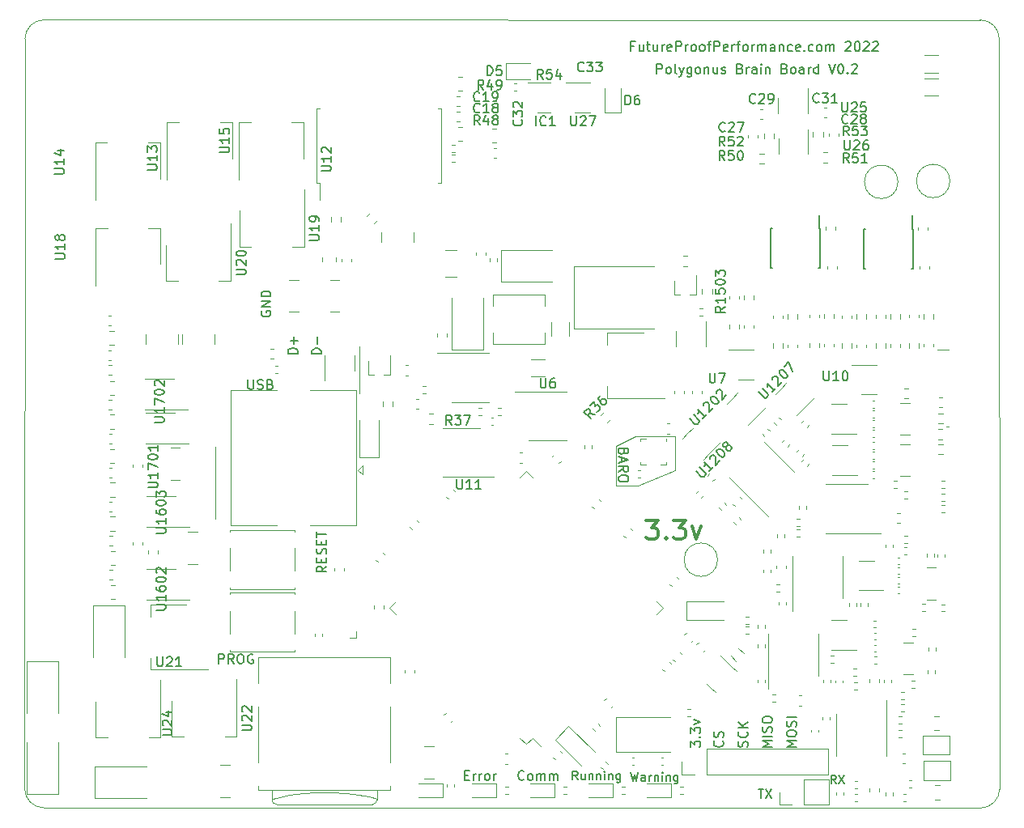
<source format=gbr>
G04 #@! TF.GenerationSoftware,KiCad,Pcbnew,(6.0.1)*
G04 #@! TF.CreationDate,2022-08-30T16:06:41+01:00*
G04 #@! TF.ProjectId,polygonus-Shortage-Version,706f6c79-676f-46e7-9573-2d53686f7274,rev?*
G04 #@! TF.SameCoordinates,Original*
G04 #@! TF.FileFunction,Legend,Top*
G04 #@! TF.FilePolarity,Positive*
%FSLAX46Y46*%
G04 Gerber Fmt 4.6, Leading zero omitted, Abs format (unit mm)*
G04 Created by KiCad (PCBNEW (6.0.1)) date 2022-08-30 16:06:41*
%MOMM*%
%LPD*%
G01*
G04 APERTURE LIST*
%ADD10C,0.120000*%
G04 #@! TA.AperFunction,Profile*
%ADD11C,0.050000*%
G04 #@! TD*
%ADD12C,0.150000*%
%ADD13C,0.130000*%
%ADD14C,0.300000*%
G04 APERTURE END LIST*
D10*
X89408000Y27940000D02*
X89408000Y23749000D01*
X124206000Y29972000D02*
X123952000Y29972000D01*
X95631000Y28956000D02*
X91440000Y28956000D01*
X47498000Y27813000D02*
X47498000Y20320000D01*
X62611000Y33401000D02*
X62611000Y38354000D01*
X91694000Y23749000D02*
X95631000Y25400000D01*
X95631000Y25400000D02*
X95631000Y28956000D01*
X91440000Y28956000D02*
X89408000Y27940000D01*
X124206000Y37973000D02*
X123063000Y37973000D01*
X89408000Y23749000D02*
X91694000Y23749000D01*
D11*
X27598758Y70480030D02*
X27566743Y-7944264D01*
X29598758Y72480030D02*
G75*
G03*
X27598758Y70480030I-1J-1999999D01*
G01*
X127511245Y72474911D02*
X29598758Y72480030D01*
X29566743Y-9944264D02*
X127539293Y-9975264D01*
X127539293Y-9975264D02*
G75*
G03*
X129539293Y-7975264I1J1999999D01*
G01*
X129539293Y-7975264D02*
X129511245Y70474911D01*
X27566743Y-7944264D02*
G75*
G03*
X29566743Y-9944264I1999999J-1D01*
G01*
X129511245Y70474911D02*
G75*
G03*
X127511245Y72474911I-1999999J1D01*
G01*
D12*
X59126380Y15311619D02*
X58650190Y14978285D01*
X59126380Y14740190D02*
X58126380Y14740190D01*
X58126380Y15121142D01*
X58174000Y15216380D01*
X58221619Y15264000D01*
X58316857Y15311619D01*
X58459714Y15311619D01*
X58554952Y15264000D01*
X58602571Y15216380D01*
X58650190Y15121142D01*
X58650190Y14740190D01*
X58602571Y15740190D02*
X58602571Y16073523D01*
X59126380Y16216380D02*
X59126380Y15740190D01*
X58126380Y15740190D01*
X58126380Y16216380D01*
X59078761Y16597333D02*
X59126380Y16740190D01*
X59126380Y16978285D01*
X59078761Y17073523D01*
X59031142Y17121142D01*
X58935904Y17168761D01*
X58840666Y17168761D01*
X58745428Y17121142D01*
X58697809Y17073523D01*
X58650190Y16978285D01*
X58602571Y16787809D01*
X58554952Y16692571D01*
X58507333Y16644952D01*
X58412095Y16597333D01*
X58316857Y16597333D01*
X58221619Y16644952D01*
X58174000Y16692571D01*
X58126380Y16787809D01*
X58126380Y17025904D01*
X58174000Y17168761D01*
X58602571Y17597333D02*
X58602571Y17930666D01*
X59126380Y18073523D02*
X59126380Y17597333D01*
X58126380Y17597333D01*
X58126380Y18073523D01*
X58126380Y18359238D02*
X58126380Y18930666D01*
X59126380Y18644952D02*
X58126380Y18644952D01*
D13*
X112433974Y-7418233D02*
X112133974Y-6989662D01*
X111919688Y-7418233D02*
X111919688Y-6518233D01*
X112262545Y-6518233D01*
X112348259Y-6561091D01*
X112391116Y-6603948D01*
X112433974Y-6689662D01*
X112433974Y-6818233D01*
X112391116Y-6903948D01*
X112348259Y-6946805D01*
X112262545Y-6989662D01*
X111919688Y-6989662D01*
X112733974Y-6518233D02*
X113333974Y-7418233D01*
X113333974Y-6518233D02*
X112733974Y-7418233D01*
D12*
X90241428Y27288952D02*
X90193809Y27146095D01*
X90146190Y27098476D01*
X90050952Y27050857D01*
X89908095Y27050857D01*
X89812857Y27098476D01*
X89765238Y27146095D01*
X89717619Y27241333D01*
X89717619Y27622285D01*
X90717619Y27622285D01*
X90717619Y27288952D01*
X90670000Y27193714D01*
X90622380Y27146095D01*
X90527142Y27098476D01*
X90431904Y27098476D01*
X90336666Y27146095D01*
X90289047Y27193714D01*
X90241428Y27288952D01*
X90241428Y27622285D01*
X90003333Y26669904D02*
X90003333Y26193714D01*
X89717619Y26765142D02*
X90717619Y26431809D01*
X89717619Y26098476D01*
X89717619Y25193714D02*
X90193809Y25527047D01*
X89717619Y25765142D02*
X90717619Y25765142D01*
X90717619Y25384190D01*
X90670000Y25288952D01*
X90622380Y25241333D01*
X90527142Y25193714D01*
X90384285Y25193714D01*
X90289047Y25241333D01*
X90241428Y25288952D01*
X90193809Y25384190D01*
X90193809Y25765142D01*
X90717619Y24574666D02*
X90717619Y24384190D01*
X90670000Y24288952D01*
X90574761Y24193714D01*
X90384285Y24146095D01*
X90050952Y24146095D01*
X89860476Y24193714D01*
X89765238Y24288952D01*
X89717619Y24384190D01*
X89717619Y24574666D01*
X89765238Y24669904D01*
X89860476Y24765142D01*
X90050952Y24812761D01*
X90384285Y24812761D01*
X90574761Y24765142D01*
X90670000Y24669904D01*
X90717619Y24574666D01*
D13*
X85404571Y-7011142D02*
X85104571Y-6582571D01*
X84890285Y-7011142D02*
X84890285Y-6111142D01*
X85233142Y-6111142D01*
X85318857Y-6154000D01*
X85361714Y-6196857D01*
X85404571Y-6282571D01*
X85404571Y-6411142D01*
X85361714Y-6496857D01*
X85318857Y-6539714D01*
X85233142Y-6582571D01*
X84890285Y-6582571D01*
X86176000Y-6411142D02*
X86176000Y-7011142D01*
X85790285Y-6411142D02*
X85790285Y-6882571D01*
X85833142Y-6968285D01*
X85918857Y-7011142D01*
X86047428Y-7011142D01*
X86133142Y-6968285D01*
X86176000Y-6925428D01*
X86604571Y-6411142D02*
X86604571Y-7011142D01*
X86604571Y-6496857D02*
X86647428Y-6454000D01*
X86733142Y-6411142D01*
X86861714Y-6411142D01*
X86947428Y-6454000D01*
X86990285Y-6539714D01*
X86990285Y-7011142D01*
X87418857Y-6411142D02*
X87418857Y-7011142D01*
X87418857Y-6496857D02*
X87461714Y-6454000D01*
X87547428Y-6411142D01*
X87676000Y-6411142D01*
X87761714Y-6454000D01*
X87804571Y-6539714D01*
X87804571Y-7011142D01*
X88233142Y-7011142D02*
X88233142Y-6411142D01*
X88233142Y-6111142D02*
X88190285Y-6154000D01*
X88233142Y-6196857D01*
X88276000Y-6154000D01*
X88233142Y-6111142D01*
X88233142Y-6196857D01*
X88661714Y-6411142D02*
X88661714Y-7011142D01*
X88661714Y-6496857D02*
X88704571Y-6454000D01*
X88790285Y-6411142D01*
X88918857Y-6411142D01*
X89004571Y-6454000D01*
X89047428Y-6539714D01*
X89047428Y-7011142D01*
X89861714Y-6411142D02*
X89861714Y-7139714D01*
X89818857Y-7225428D01*
X89776000Y-7268285D01*
X89690285Y-7311142D01*
X89561714Y-7311142D01*
X89476000Y-7268285D01*
X89861714Y-6968285D02*
X89776000Y-7011142D01*
X89604571Y-7011142D01*
X89518857Y-6968285D01*
X89476000Y-6925428D01*
X89433142Y-6839714D01*
X89433142Y-6582571D01*
X89476000Y-6496857D01*
X89518857Y-6454000D01*
X89604571Y-6411142D01*
X89776000Y-6411142D01*
X89861714Y-6454000D01*
D12*
X58571440Y37531824D02*
X57571440Y37531824D01*
X57571440Y37769919D01*
X57619060Y37912777D01*
X57714298Y38008015D01*
X57809536Y38055634D01*
X58000012Y38103253D01*
X58142869Y38103253D01*
X58333345Y38055634D01*
X58428583Y38008015D01*
X58523821Y37912777D01*
X58571440Y37769919D01*
X58571440Y37531824D01*
X58190488Y38531824D02*
X58190488Y39293729D01*
D14*
X92583357Y20145238D02*
X93821452Y20145238D01*
X93154785Y19383333D01*
X93440500Y19383333D01*
X93630976Y19288095D01*
X93726214Y19192857D01*
X93821452Y19002380D01*
X93821452Y18526190D01*
X93726214Y18335714D01*
X93630976Y18240476D01*
X93440500Y18145238D01*
X92869071Y18145238D01*
X92678595Y18240476D01*
X92583357Y18335714D01*
X94678595Y18335714D02*
X94773833Y18240476D01*
X94678595Y18145238D01*
X94583357Y18240476D01*
X94678595Y18335714D01*
X94678595Y18145238D01*
X95440500Y20145238D02*
X96678595Y20145238D01*
X96011928Y19383333D01*
X96297642Y19383333D01*
X96488119Y19288095D01*
X96583357Y19192857D01*
X96678595Y19002380D01*
X96678595Y18526190D01*
X96583357Y18335714D01*
X96488119Y18240476D01*
X96297642Y18145238D01*
X95726214Y18145238D01*
X95535738Y18240476D01*
X95440500Y18335714D01*
X97345261Y19478571D02*
X97821452Y18145238D01*
X98297642Y19478571D01*
D13*
X90964857Y-6238142D02*
X91179142Y-7138142D01*
X91350571Y-6495285D01*
X91522000Y-7138142D01*
X91736285Y-6238142D01*
X92464857Y-7138142D02*
X92464857Y-6666714D01*
X92422000Y-6581000D01*
X92336285Y-6538142D01*
X92164857Y-6538142D01*
X92079142Y-6581000D01*
X92464857Y-7095285D02*
X92379142Y-7138142D01*
X92164857Y-7138142D01*
X92079142Y-7095285D01*
X92036285Y-7009571D01*
X92036285Y-6923857D01*
X92079142Y-6838142D01*
X92164857Y-6795285D01*
X92379142Y-6795285D01*
X92464857Y-6752428D01*
X92893428Y-7138142D02*
X92893428Y-6538142D01*
X92893428Y-6709571D02*
X92936285Y-6623857D01*
X92979142Y-6581000D01*
X93064857Y-6538142D01*
X93150571Y-6538142D01*
X93450571Y-6538142D02*
X93450571Y-7138142D01*
X93450571Y-6623857D02*
X93493428Y-6581000D01*
X93579142Y-6538142D01*
X93707714Y-6538142D01*
X93793428Y-6581000D01*
X93836285Y-6666714D01*
X93836285Y-7138142D01*
X94264857Y-7138142D02*
X94264857Y-6538142D01*
X94264857Y-6238142D02*
X94222000Y-6281000D01*
X94264857Y-6323857D01*
X94307714Y-6281000D01*
X94264857Y-6238142D01*
X94264857Y-6323857D01*
X94693428Y-6538142D02*
X94693428Y-7138142D01*
X94693428Y-6623857D02*
X94736285Y-6581000D01*
X94822000Y-6538142D01*
X94950571Y-6538142D01*
X95036285Y-6581000D01*
X95079142Y-6666714D01*
X95079142Y-7138142D01*
X95893428Y-6538142D02*
X95893428Y-7266714D01*
X95850571Y-7352428D01*
X95807714Y-7395285D01*
X95722000Y-7438142D01*
X95593428Y-7438142D01*
X95507714Y-7395285D01*
X95893428Y-7095285D02*
X95807714Y-7138142D01*
X95636285Y-7138142D01*
X95550571Y-7095285D01*
X95507714Y-7052428D01*
X95464857Y-6966714D01*
X95464857Y-6709571D01*
X95507714Y-6623857D01*
X95550571Y-6581000D01*
X95636285Y-6538142D01*
X95807714Y-6538142D01*
X95893428Y-6581000D01*
X104343285Y-8016142D02*
X104857571Y-8016142D01*
X104600428Y-8916142D02*
X104600428Y-8016142D01*
X105071857Y-8016142D02*
X105671857Y-8916142D01*
X105671857Y-8016142D02*
X105071857Y-8916142D01*
D12*
X79803809Y-6961142D02*
X79756190Y-7008761D01*
X79613333Y-7056380D01*
X79518095Y-7056380D01*
X79375238Y-7008761D01*
X79280000Y-6913523D01*
X79232380Y-6818285D01*
X79184761Y-6627809D01*
X79184761Y-6484952D01*
X79232380Y-6294476D01*
X79280000Y-6199238D01*
X79375238Y-6104000D01*
X79518095Y-6056380D01*
X79613333Y-6056380D01*
X79756190Y-6104000D01*
X79803809Y-6151619D01*
X80375238Y-7056380D02*
X80280000Y-7008761D01*
X80232380Y-6961142D01*
X80184761Y-6865904D01*
X80184761Y-6580190D01*
X80232380Y-6484952D01*
X80280000Y-6437333D01*
X80375238Y-6389714D01*
X80518095Y-6389714D01*
X80613333Y-6437333D01*
X80660952Y-6484952D01*
X80708571Y-6580190D01*
X80708571Y-6865904D01*
X80660952Y-6961142D01*
X80613333Y-7008761D01*
X80518095Y-7056380D01*
X80375238Y-7056380D01*
X81137142Y-7056380D02*
X81137142Y-6389714D01*
X81137142Y-6484952D02*
X81184761Y-6437333D01*
X81280000Y-6389714D01*
X81422857Y-6389714D01*
X81518095Y-6437333D01*
X81565714Y-6532571D01*
X81565714Y-7056380D01*
X81565714Y-6532571D02*
X81613333Y-6437333D01*
X81708571Y-6389714D01*
X81851428Y-6389714D01*
X81946666Y-6437333D01*
X81994285Y-6532571D01*
X81994285Y-7056380D01*
X82470476Y-7056380D02*
X82470476Y-6389714D01*
X82470476Y-6484952D02*
X82518095Y-6437333D01*
X82613333Y-6389714D01*
X82756190Y-6389714D01*
X82851428Y-6437333D01*
X82899047Y-6532571D01*
X82899047Y-7056380D01*
X82899047Y-6532571D02*
X82946666Y-6437333D01*
X83041904Y-6389714D01*
X83184761Y-6389714D01*
X83280000Y-6437333D01*
X83327619Y-6532571D01*
X83327619Y-7056380D01*
X105735380Y-3603428D02*
X104735380Y-3603428D01*
X105449666Y-3270095D01*
X104735380Y-2936761D01*
X105735380Y-2936761D01*
X105735380Y-2460571D02*
X104735380Y-2460571D01*
X105687761Y-2032000D02*
X105735380Y-1889142D01*
X105735380Y-1651047D01*
X105687761Y-1555809D01*
X105640142Y-1508190D01*
X105544904Y-1460571D01*
X105449666Y-1460571D01*
X105354428Y-1508190D01*
X105306809Y-1555809D01*
X105259190Y-1651047D01*
X105211571Y-1841523D01*
X105163952Y-1936761D01*
X105116333Y-1984380D01*
X105021095Y-2032000D01*
X104925857Y-2032000D01*
X104830619Y-1984380D01*
X104783000Y-1936761D01*
X104735380Y-1841523D01*
X104735380Y-1603428D01*
X104783000Y-1460571D01*
X104735380Y-841523D02*
X104735380Y-651047D01*
X104783000Y-555809D01*
X104878238Y-460571D01*
X105068714Y-412952D01*
X105402047Y-412952D01*
X105592523Y-460571D01*
X105687761Y-555809D01*
X105735380Y-651047D01*
X105735380Y-841523D01*
X105687761Y-936761D01*
X105592523Y-1032000D01*
X105402047Y-1079619D01*
X105068714Y-1079619D01*
X104878238Y-1032000D01*
X104783000Y-936761D01*
X104735380Y-841523D01*
X56115383Y37551316D02*
X55115383Y37551316D01*
X55115383Y37789411D01*
X55163003Y37932269D01*
X55258241Y38027507D01*
X55353479Y38075126D01*
X55543955Y38122745D01*
X55686812Y38122745D01*
X55877288Y38075126D01*
X55972526Y38027507D01*
X56067764Y37932269D01*
X56115383Y37789411D01*
X56115383Y37551316D01*
X55734431Y38551316D02*
X55734431Y39313221D01*
X56115383Y38932269D02*
X55353479Y38932269D01*
X50935095Y34837619D02*
X50935095Y34028095D01*
X50982714Y33932857D01*
X51030333Y33885238D01*
X51125571Y33837619D01*
X51316047Y33837619D01*
X51411285Y33885238D01*
X51458904Y33932857D01*
X51506523Y34028095D01*
X51506523Y34837619D01*
X51935095Y33885238D02*
X52077952Y33837619D01*
X52316047Y33837619D01*
X52411285Y33885238D01*
X52458904Y33932857D01*
X52506523Y34028095D01*
X52506523Y34123333D01*
X52458904Y34218571D01*
X52411285Y34266190D01*
X52316047Y34313809D01*
X52125571Y34361428D01*
X52030333Y34409047D01*
X51982714Y34456666D01*
X51935095Y34551904D01*
X51935095Y34647142D01*
X51982714Y34742380D01*
X52030333Y34790000D01*
X52125571Y34837619D01*
X52363666Y34837619D01*
X52506523Y34790000D01*
X53268428Y34361428D02*
X53411285Y34313809D01*
X53458904Y34266190D01*
X53506523Y34170952D01*
X53506523Y34028095D01*
X53458904Y33932857D01*
X53411285Y33885238D01*
X53316047Y33837619D01*
X52935095Y33837619D01*
X52935095Y34837619D01*
X53268428Y34837619D01*
X53363666Y34790000D01*
X53411285Y34742380D01*
X53458904Y34647142D01*
X53458904Y34551904D01*
X53411285Y34456666D01*
X53363666Y34409047D01*
X53268428Y34361428D01*
X52935095Y34361428D01*
X100560142Y-2960666D02*
X100607761Y-3008285D01*
X100655380Y-3151142D01*
X100655380Y-3246380D01*
X100607761Y-3389238D01*
X100512523Y-3484476D01*
X100417285Y-3532095D01*
X100226809Y-3579714D01*
X100083952Y-3579714D01*
X99893476Y-3532095D01*
X99798238Y-3484476D01*
X99703000Y-3389238D01*
X99655380Y-3246380D01*
X99655380Y-3151142D01*
X99703000Y-3008285D01*
X99750619Y-2960666D01*
X100607761Y-2579714D02*
X100655380Y-2436857D01*
X100655380Y-2198761D01*
X100607761Y-2103523D01*
X100560142Y-2055904D01*
X100464904Y-2008285D01*
X100369666Y-2008285D01*
X100274428Y-2055904D01*
X100226809Y-2103523D01*
X100179190Y-2198761D01*
X100131571Y-2389238D01*
X100083952Y-2484476D01*
X100036333Y-2532095D01*
X99941095Y-2579714D01*
X99845857Y-2579714D01*
X99750619Y-2532095D01*
X99703000Y-2484476D01*
X99655380Y-2389238D01*
X99655380Y-2151142D01*
X99703000Y-2008285D01*
X103147761Y-3571714D02*
X103195380Y-3428857D01*
X103195380Y-3190761D01*
X103147761Y-3095523D01*
X103100142Y-3047904D01*
X103004904Y-3000285D01*
X102909666Y-3000285D01*
X102814428Y-3047904D01*
X102766809Y-3095523D01*
X102719190Y-3190761D01*
X102671571Y-3381238D01*
X102623952Y-3476476D01*
X102576333Y-3524095D01*
X102481095Y-3571714D01*
X102385857Y-3571714D01*
X102290619Y-3524095D01*
X102243000Y-3476476D01*
X102195380Y-3381238D01*
X102195380Y-3143142D01*
X102243000Y-3000285D01*
X103100142Y-2000285D02*
X103147761Y-2047904D01*
X103195380Y-2190761D01*
X103195380Y-2286000D01*
X103147761Y-2428857D01*
X103052523Y-2524095D01*
X102957285Y-2571714D01*
X102766809Y-2619333D01*
X102623952Y-2619333D01*
X102433476Y-2571714D01*
X102338238Y-2524095D01*
X102243000Y-2428857D01*
X102195380Y-2286000D01*
X102195380Y-2190761D01*
X102243000Y-2047904D01*
X102290619Y-2000285D01*
X103195380Y-1571714D02*
X102195380Y-1571714D01*
X103195380Y-1000285D02*
X102623952Y-1428857D01*
X102195380Y-1000285D02*
X102766809Y-1571714D01*
X97242380Y-3587571D02*
X97242380Y-2968523D01*
X97623333Y-3301857D01*
X97623333Y-3159000D01*
X97670952Y-3063761D01*
X97718571Y-3016142D01*
X97813809Y-2968523D01*
X98051904Y-2968523D01*
X98147142Y-3016142D01*
X98194761Y-3063761D01*
X98242380Y-3159000D01*
X98242380Y-3444714D01*
X98194761Y-3539952D01*
X98147142Y-3587571D01*
X98147142Y-2539952D02*
X98194761Y-2492333D01*
X98242380Y-2539952D01*
X98194761Y-2587571D01*
X98147142Y-2539952D01*
X98242380Y-2539952D01*
X97242380Y-2159000D02*
X97242380Y-1539952D01*
X97623333Y-1873285D01*
X97623333Y-1730428D01*
X97670952Y-1635190D01*
X97718571Y-1587571D01*
X97813809Y-1539952D01*
X98051904Y-1539952D01*
X98147142Y-1587571D01*
X98194761Y-1635190D01*
X98242380Y-1730428D01*
X98242380Y-2016142D01*
X98194761Y-2111380D01*
X98147142Y-2159000D01*
X97575714Y-1206619D02*
X98242380Y-968523D01*
X97575714Y-730428D01*
X108275380Y-3603428D02*
X107275380Y-3603428D01*
X107989666Y-3270095D01*
X107275380Y-2936761D01*
X108275380Y-2936761D01*
X107275380Y-2270095D02*
X107275380Y-2079619D01*
X107323000Y-1984380D01*
X107418238Y-1889142D01*
X107608714Y-1841523D01*
X107942047Y-1841523D01*
X108132523Y-1889142D01*
X108227761Y-1984380D01*
X108275380Y-2079619D01*
X108275380Y-2270095D01*
X108227761Y-2365333D01*
X108132523Y-2460571D01*
X107942047Y-2508190D01*
X107608714Y-2508190D01*
X107418238Y-2460571D01*
X107323000Y-2365333D01*
X107275380Y-2270095D01*
X108227761Y-1460571D02*
X108275380Y-1317714D01*
X108275380Y-1079619D01*
X108227761Y-984380D01*
X108180142Y-936761D01*
X108084904Y-889142D01*
X107989666Y-889142D01*
X107894428Y-936761D01*
X107846809Y-984380D01*
X107799190Y-1079619D01*
X107751571Y-1270095D01*
X107703952Y-1365333D01*
X107656333Y-1412952D01*
X107561095Y-1460571D01*
X107465857Y-1460571D01*
X107370619Y-1412952D01*
X107323000Y-1365333D01*
X107275380Y-1270095D01*
X107275380Y-1032000D01*
X107323000Y-889142D01*
X108275380Y-460571D02*
X107275380Y-460571D01*
X52356080Y41997703D02*
X52308460Y41902465D01*
X52308460Y41759608D01*
X52356080Y41616750D01*
X52451318Y41521512D01*
X52546556Y41473893D01*
X52737032Y41426274D01*
X52879889Y41426274D01*
X53070365Y41473893D01*
X53165603Y41521512D01*
X53260841Y41616750D01*
X53308460Y41759608D01*
X53308460Y41854846D01*
X53260841Y41997703D01*
X53213222Y42045322D01*
X52879889Y42045322D01*
X52879889Y41854846D01*
X53308460Y42473893D02*
X52308460Y42473893D01*
X53308460Y43045322D01*
X52308460Y43045322D01*
X53308460Y43521512D02*
X52308460Y43521512D01*
X52308460Y43759608D01*
X52356080Y43902465D01*
X52451318Y43997703D01*
X52546556Y44045322D01*
X52737032Y44092941D01*
X52879889Y44092941D01*
X53070365Y44045322D01*
X53165603Y43997703D01*
X53260841Y43902465D01*
X53308460Y43759608D01*
X53308460Y43521512D01*
X91314084Y69732156D02*
X90980750Y69732156D01*
X90980750Y69208347D02*
X90980750Y70208347D01*
X91456941Y70208347D01*
X92266465Y69875013D02*
X92266465Y69208347D01*
X91837893Y69875013D02*
X91837893Y69351204D01*
X91885512Y69255966D01*
X91980750Y69208347D01*
X92123607Y69208347D01*
X92218845Y69255966D01*
X92266465Y69303585D01*
X92599798Y69875013D02*
X92980750Y69875013D01*
X92742655Y70208347D02*
X92742655Y69351204D01*
X92790274Y69255966D01*
X92885512Y69208347D01*
X92980750Y69208347D01*
X93742655Y69875013D02*
X93742655Y69208347D01*
X93314084Y69875013D02*
X93314084Y69351204D01*
X93361703Y69255966D01*
X93456941Y69208347D01*
X93599798Y69208347D01*
X93695036Y69255966D01*
X93742655Y69303585D01*
X94218845Y69208347D02*
X94218845Y69875013D01*
X94218845Y69684537D02*
X94266465Y69779775D01*
X94314084Y69827394D01*
X94409322Y69875013D01*
X94504560Y69875013D01*
X95218845Y69255966D02*
X95123607Y69208347D01*
X94933131Y69208347D01*
X94837893Y69255966D01*
X94790274Y69351204D01*
X94790274Y69732156D01*
X94837893Y69827394D01*
X94933131Y69875013D01*
X95123607Y69875013D01*
X95218845Y69827394D01*
X95266465Y69732156D01*
X95266465Y69636918D01*
X94790274Y69541680D01*
X95695036Y69208347D02*
X95695036Y70208347D01*
X96075988Y70208347D01*
X96171226Y70160728D01*
X96218845Y70113108D01*
X96266465Y70017870D01*
X96266465Y69875013D01*
X96218845Y69779775D01*
X96171226Y69732156D01*
X96075988Y69684537D01*
X95695036Y69684537D01*
X96695036Y69208347D02*
X96695036Y69875013D01*
X96695036Y69684537D02*
X96742655Y69779775D01*
X96790274Y69827394D01*
X96885512Y69875013D01*
X96980750Y69875013D01*
X97456941Y69208347D02*
X97361703Y69255966D01*
X97314084Y69303585D01*
X97266465Y69398823D01*
X97266465Y69684537D01*
X97314084Y69779775D01*
X97361703Y69827394D01*
X97456941Y69875013D01*
X97599798Y69875013D01*
X97695036Y69827394D01*
X97742655Y69779775D01*
X97790274Y69684537D01*
X97790274Y69398823D01*
X97742655Y69303585D01*
X97695036Y69255966D01*
X97599798Y69208347D01*
X97456941Y69208347D01*
X98361703Y69208347D02*
X98266465Y69255966D01*
X98218845Y69303585D01*
X98171226Y69398823D01*
X98171226Y69684537D01*
X98218845Y69779775D01*
X98266465Y69827394D01*
X98361703Y69875013D01*
X98504560Y69875013D01*
X98599798Y69827394D01*
X98647417Y69779775D01*
X98695036Y69684537D01*
X98695036Y69398823D01*
X98647417Y69303585D01*
X98599798Y69255966D01*
X98504560Y69208347D01*
X98361703Y69208347D01*
X98980750Y69875013D02*
X99361703Y69875013D01*
X99123607Y69208347D02*
X99123607Y70065489D01*
X99171226Y70160728D01*
X99266465Y70208347D01*
X99361703Y70208347D01*
X99695036Y69208347D02*
X99695036Y70208347D01*
X100075988Y70208347D01*
X100171226Y70160728D01*
X100218845Y70113108D01*
X100266465Y70017870D01*
X100266465Y69875013D01*
X100218845Y69779775D01*
X100171226Y69732156D01*
X100075988Y69684537D01*
X99695036Y69684537D01*
X101075988Y69255966D02*
X100980750Y69208347D01*
X100790274Y69208347D01*
X100695036Y69255966D01*
X100647417Y69351204D01*
X100647417Y69732156D01*
X100695036Y69827394D01*
X100790274Y69875013D01*
X100980750Y69875013D01*
X101075988Y69827394D01*
X101123607Y69732156D01*
X101123607Y69636918D01*
X100647417Y69541680D01*
X101552179Y69208347D02*
X101552179Y69875013D01*
X101552179Y69684537D02*
X101599798Y69779775D01*
X101647417Y69827394D01*
X101742655Y69875013D01*
X101837893Y69875013D01*
X102028369Y69875013D02*
X102409322Y69875013D01*
X102171226Y69208347D02*
X102171226Y70065489D01*
X102218845Y70160728D01*
X102314084Y70208347D01*
X102409322Y70208347D01*
X102885512Y69208347D02*
X102790274Y69255966D01*
X102742655Y69303585D01*
X102695036Y69398823D01*
X102695036Y69684537D01*
X102742655Y69779775D01*
X102790274Y69827394D01*
X102885512Y69875013D01*
X103028369Y69875013D01*
X103123607Y69827394D01*
X103171226Y69779775D01*
X103218845Y69684537D01*
X103218845Y69398823D01*
X103171226Y69303585D01*
X103123607Y69255966D01*
X103028369Y69208347D01*
X102885512Y69208347D01*
X103647417Y69208347D02*
X103647417Y69875013D01*
X103647417Y69684537D02*
X103695036Y69779775D01*
X103742655Y69827394D01*
X103837893Y69875013D01*
X103933131Y69875013D01*
X104266465Y69208347D02*
X104266465Y69875013D01*
X104266465Y69779775D02*
X104314084Y69827394D01*
X104409322Y69875013D01*
X104552179Y69875013D01*
X104647417Y69827394D01*
X104695036Y69732156D01*
X104695036Y69208347D01*
X104695036Y69732156D02*
X104742655Y69827394D01*
X104837893Y69875013D01*
X104980750Y69875013D01*
X105075988Y69827394D01*
X105123607Y69732156D01*
X105123607Y69208347D01*
X106028369Y69208347D02*
X106028369Y69732156D01*
X105980750Y69827394D01*
X105885512Y69875013D01*
X105695036Y69875013D01*
X105599798Y69827394D01*
X106028369Y69255966D02*
X105933131Y69208347D01*
X105695036Y69208347D01*
X105599798Y69255966D01*
X105552179Y69351204D01*
X105552179Y69446442D01*
X105599798Y69541680D01*
X105695036Y69589299D01*
X105933131Y69589299D01*
X106028369Y69636918D01*
X106504560Y69875013D02*
X106504560Y69208347D01*
X106504560Y69779775D02*
X106552179Y69827394D01*
X106647417Y69875013D01*
X106790274Y69875013D01*
X106885512Y69827394D01*
X106933131Y69732156D01*
X106933131Y69208347D01*
X107837893Y69255966D02*
X107742655Y69208347D01*
X107552179Y69208347D01*
X107456941Y69255966D01*
X107409322Y69303585D01*
X107361703Y69398823D01*
X107361703Y69684537D01*
X107409322Y69779775D01*
X107456941Y69827394D01*
X107552179Y69875013D01*
X107742655Y69875013D01*
X107837893Y69827394D01*
X108647417Y69255966D02*
X108552179Y69208347D01*
X108361703Y69208347D01*
X108266465Y69255966D01*
X108218845Y69351204D01*
X108218845Y69732156D01*
X108266465Y69827394D01*
X108361703Y69875013D01*
X108552179Y69875013D01*
X108647417Y69827394D01*
X108695036Y69732156D01*
X108695036Y69636918D01*
X108218845Y69541680D01*
X109123607Y69303585D02*
X109171226Y69255966D01*
X109123607Y69208347D01*
X109075988Y69255966D01*
X109123607Y69303585D01*
X109123607Y69208347D01*
X110028369Y69255966D02*
X109933131Y69208347D01*
X109742655Y69208347D01*
X109647417Y69255966D01*
X109599798Y69303585D01*
X109552179Y69398823D01*
X109552179Y69684537D01*
X109599798Y69779775D01*
X109647417Y69827394D01*
X109742655Y69875013D01*
X109933131Y69875013D01*
X110028369Y69827394D01*
X110599798Y69208347D02*
X110504560Y69255966D01*
X110456941Y69303585D01*
X110409322Y69398823D01*
X110409322Y69684537D01*
X110456941Y69779775D01*
X110504560Y69827394D01*
X110599798Y69875013D01*
X110742655Y69875013D01*
X110837893Y69827394D01*
X110885512Y69779775D01*
X110933131Y69684537D01*
X110933131Y69398823D01*
X110885512Y69303585D01*
X110837893Y69255966D01*
X110742655Y69208347D01*
X110599798Y69208347D01*
X111361703Y69208347D02*
X111361703Y69875013D01*
X111361703Y69779775D02*
X111409322Y69827394D01*
X111504560Y69875013D01*
X111647417Y69875013D01*
X111742655Y69827394D01*
X111790274Y69732156D01*
X111790274Y69208347D01*
X111790274Y69732156D02*
X111837893Y69827394D01*
X111933131Y69875013D01*
X112075988Y69875013D01*
X112171226Y69827394D01*
X112218845Y69732156D01*
X112218845Y69208347D01*
X113409322Y70113108D02*
X113456941Y70160728D01*
X113552179Y70208347D01*
X113790274Y70208347D01*
X113885512Y70160728D01*
X113933131Y70113108D01*
X113980750Y70017870D01*
X113980750Y69922632D01*
X113933131Y69779775D01*
X113361703Y69208347D01*
X113980750Y69208347D01*
X114599798Y70208347D02*
X114695036Y70208347D01*
X114790274Y70160728D01*
X114837893Y70113108D01*
X114885512Y70017870D01*
X114933131Y69827394D01*
X114933131Y69589299D01*
X114885512Y69398823D01*
X114837893Y69303585D01*
X114790274Y69255966D01*
X114695036Y69208347D01*
X114599798Y69208347D01*
X114504560Y69255966D01*
X114456941Y69303585D01*
X114409322Y69398823D01*
X114361703Y69589299D01*
X114361703Y69827394D01*
X114409322Y70017870D01*
X114456941Y70113108D01*
X114504560Y70160728D01*
X114599798Y70208347D01*
X115314084Y70113108D02*
X115361703Y70160728D01*
X115456941Y70208347D01*
X115695036Y70208347D01*
X115790274Y70160728D01*
X115837893Y70113108D01*
X115885512Y70017870D01*
X115885512Y69922632D01*
X115837893Y69779775D01*
X115266465Y69208347D01*
X115885512Y69208347D01*
X116266465Y70113108D02*
X116314084Y70160728D01*
X116409322Y70208347D01*
X116647417Y70208347D01*
X116742655Y70160728D01*
X116790274Y70113108D01*
X116837893Y70017870D01*
X116837893Y69922632D01*
X116790274Y69779775D01*
X116218845Y69208347D01*
X116837893Y69208347D01*
X73588761Y-6532571D02*
X73922095Y-6532571D01*
X74064952Y-7056380D02*
X73588761Y-7056380D01*
X73588761Y-6056380D01*
X74064952Y-6056380D01*
X74493523Y-7056380D02*
X74493523Y-6389714D01*
X74493523Y-6580190D02*
X74541142Y-6484952D01*
X74588761Y-6437333D01*
X74684000Y-6389714D01*
X74779238Y-6389714D01*
X75112571Y-7056380D02*
X75112571Y-6389714D01*
X75112571Y-6580190D02*
X75160190Y-6484952D01*
X75207809Y-6437333D01*
X75303047Y-6389714D01*
X75398285Y-6389714D01*
X75874476Y-7056380D02*
X75779238Y-7008761D01*
X75731619Y-6961142D01*
X75684000Y-6865904D01*
X75684000Y-6580190D01*
X75731619Y-6484952D01*
X75779238Y-6437333D01*
X75874476Y-6389714D01*
X76017333Y-6389714D01*
X76112571Y-6437333D01*
X76160190Y-6484952D01*
X76207809Y-6580190D01*
X76207809Y-6865904D01*
X76160190Y-6961142D01*
X76112571Y-7008761D01*
X76017333Y-7056380D01*
X75874476Y-7056380D01*
X76636380Y-7056380D02*
X76636380Y-6389714D01*
X76636380Y-6580190D02*
X76684000Y-6484952D01*
X76731619Y-6437333D01*
X76826857Y-6389714D01*
X76922095Y-6389714D01*
X93687619Y66858629D02*
X93687619Y67858629D01*
X94068571Y67858629D01*
X94163809Y67811010D01*
X94211428Y67763390D01*
X94259047Y67668152D01*
X94259047Y67525295D01*
X94211428Y67430057D01*
X94163809Y67382438D01*
X94068571Y67334819D01*
X93687619Y67334819D01*
X94830476Y66858629D02*
X94735238Y66906248D01*
X94687619Y66953867D01*
X94640000Y67049105D01*
X94640000Y67334819D01*
X94687619Y67430057D01*
X94735238Y67477676D01*
X94830476Y67525295D01*
X94973333Y67525295D01*
X95068571Y67477676D01*
X95116190Y67430057D01*
X95163809Y67334819D01*
X95163809Y67049105D01*
X95116190Y66953867D01*
X95068571Y66906248D01*
X94973333Y66858629D01*
X94830476Y66858629D01*
X95735238Y66858629D02*
X95640000Y66906248D01*
X95592380Y67001486D01*
X95592380Y67858629D01*
X96020952Y67525295D02*
X96259047Y66858629D01*
X96497142Y67525295D02*
X96259047Y66858629D01*
X96163809Y66620533D01*
X96116190Y66572914D01*
X96020952Y66525295D01*
X97306666Y67525295D02*
X97306666Y66715771D01*
X97259047Y66620533D01*
X97211428Y66572914D01*
X97116190Y66525295D01*
X96973333Y66525295D01*
X96878095Y66572914D01*
X97306666Y66906248D02*
X97211428Y66858629D01*
X97020952Y66858629D01*
X96925714Y66906248D01*
X96878095Y66953867D01*
X96830476Y67049105D01*
X96830476Y67334819D01*
X96878095Y67430057D01*
X96925714Y67477676D01*
X97020952Y67525295D01*
X97211428Y67525295D01*
X97306666Y67477676D01*
X97925714Y66858629D02*
X97830476Y66906248D01*
X97782857Y66953867D01*
X97735238Y67049105D01*
X97735238Y67334819D01*
X97782857Y67430057D01*
X97830476Y67477676D01*
X97925714Y67525295D01*
X98068571Y67525295D01*
X98163809Y67477676D01*
X98211428Y67430057D01*
X98259047Y67334819D01*
X98259047Y67049105D01*
X98211428Y66953867D01*
X98163809Y66906248D01*
X98068571Y66858629D01*
X97925714Y66858629D01*
X98687619Y67525295D02*
X98687619Y66858629D01*
X98687619Y67430057D02*
X98735238Y67477676D01*
X98830476Y67525295D01*
X98973333Y67525295D01*
X99068571Y67477676D01*
X99116190Y67382438D01*
X99116190Y66858629D01*
X100020952Y67525295D02*
X100020952Y66858629D01*
X99592380Y67525295D02*
X99592380Y67001486D01*
X99640000Y66906248D01*
X99735238Y66858629D01*
X99878095Y66858629D01*
X99973333Y66906248D01*
X100020952Y66953867D01*
X100449523Y66906248D02*
X100544761Y66858629D01*
X100735238Y66858629D01*
X100830476Y66906248D01*
X100878095Y67001486D01*
X100878095Y67049105D01*
X100830476Y67144343D01*
X100735238Y67191962D01*
X100592380Y67191962D01*
X100497142Y67239581D01*
X100449523Y67334819D01*
X100449523Y67382438D01*
X100497142Y67477676D01*
X100592380Y67525295D01*
X100735238Y67525295D01*
X100830476Y67477676D01*
X102401904Y67382438D02*
X102544761Y67334819D01*
X102592380Y67287200D01*
X102640000Y67191962D01*
X102640000Y67049105D01*
X102592380Y66953867D01*
X102544761Y66906248D01*
X102449523Y66858629D01*
X102068571Y66858629D01*
X102068571Y67858629D01*
X102401904Y67858629D01*
X102497142Y67811010D01*
X102544761Y67763390D01*
X102592380Y67668152D01*
X102592380Y67572914D01*
X102544761Y67477676D01*
X102497142Y67430057D01*
X102401904Y67382438D01*
X102068571Y67382438D01*
X103068571Y66858629D02*
X103068571Y67525295D01*
X103068571Y67334819D02*
X103116190Y67430057D01*
X103163809Y67477676D01*
X103259047Y67525295D01*
X103354285Y67525295D01*
X104116190Y66858629D02*
X104116190Y67382438D01*
X104068571Y67477676D01*
X103973333Y67525295D01*
X103782857Y67525295D01*
X103687619Y67477676D01*
X104116190Y66906248D02*
X104020952Y66858629D01*
X103782857Y66858629D01*
X103687619Y66906248D01*
X103640000Y67001486D01*
X103640000Y67096724D01*
X103687619Y67191962D01*
X103782857Y67239581D01*
X104020952Y67239581D01*
X104116190Y67287200D01*
X104592380Y66858629D02*
X104592380Y67525295D01*
X104592380Y67858629D02*
X104544761Y67811010D01*
X104592380Y67763390D01*
X104640000Y67811010D01*
X104592380Y67858629D01*
X104592380Y67763390D01*
X105068571Y67525295D02*
X105068571Y66858629D01*
X105068571Y67430057D02*
X105116190Y67477676D01*
X105211428Y67525295D01*
X105354285Y67525295D01*
X105449523Y67477676D01*
X105497142Y67382438D01*
X105497142Y66858629D01*
X107068571Y67382438D02*
X107211428Y67334819D01*
X107259047Y67287200D01*
X107306666Y67191962D01*
X107306666Y67049105D01*
X107259047Y66953867D01*
X107211428Y66906248D01*
X107116190Y66858629D01*
X106735238Y66858629D01*
X106735238Y67858629D01*
X107068571Y67858629D01*
X107163809Y67811010D01*
X107211428Y67763390D01*
X107259047Y67668152D01*
X107259047Y67572914D01*
X107211428Y67477676D01*
X107163809Y67430057D01*
X107068571Y67382438D01*
X106735238Y67382438D01*
X107878095Y66858629D02*
X107782857Y66906248D01*
X107735238Y66953867D01*
X107687619Y67049105D01*
X107687619Y67334819D01*
X107735238Y67430057D01*
X107782857Y67477676D01*
X107878095Y67525295D01*
X108020952Y67525295D01*
X108116190Y67477676D01*
X108163809Y67430057D01*
X108211428Y67334819D01*
X108211428Y67049105D01*
X108163809Y66953867D01*
X108116190Y66906248D01*
X108020952Y66858629D01*
X107878095Y66858629D01*
X109068571Y66858629D02*
X109068571Y67382438D01*
X109020952Y67477676D01*
X108925714Y67525295D01*
X108735238Y67525295D01*
X108640000Y67477676D01*
X109068571Y66906248D02*
X108973333Y66858629D01*
X108735238Y66858629D01*
X108640000Y66906248D01*
X108592380Y67001486D01*
X108592380Y67096724D01*
X108640000Y67191962D01*
X108735238Y67239581D01*
X108973333Y67239581D01*
X109068571Y67287200D01*
X109544761Y66858629D02*
X109544761Y67525295D01*
X109544761Y67334819D02*
X109592380Y67430057D01*
X109640000Y67477676D01*
X109735238Y67525295D01*
X109830476Y67525295D01*
X110592380Y66858629D02*
X110592380Y67858629D01*
X110592380Y66906248D02*
X110497142Y66858629D01*
X110306666Y66858629D01*
X110211428Y66906248D01*
X110163809Y66953867D01*
X110116190Y67049105D01*
X110116190Y67334819D01*
X110163809Y67430057D01*
X110211428Y67477676D01*
X110306666Y67525295D01*
X110497142Y67525295D01*
X110592380Y67477676D01*
X111687619Y67858629D02*
X112020952Y66858629D01*
X112354285Y67858629D01*
X112878095Y67858629D02*
X112973333Y67858629D01*
X113068571Y67811010D01*
X113116190Y67763390D01*
X113163809Y67668152D01*
X113211428Y67477676D01*
X113211428Y67239581D01*
X113163809Y67049105D01*
X113116190Y66953867D01*
X113068571Y66906248D01*
X112973333Y66858629D01*
X112878095Y66858629D01*
X112782857Y66906248D01*
X112735238Y66953867D01*
X112687619Y67049105D01*
X112640000Y67239581D01*
X112640000Y67477676D01*
X112687619Y67668152D01*
X112735238Y67763390D01*
X112782857Y67811010D01*
X112878095Y67858629D01*
X113640000Y66953867D02*
X113687619Y66906248D01*
X113640000Y66858629D01*
X113592380Y66906248D01*
X113640000Y66953867D01*
X113640000Y66858629D01*
X114068571Y67763390D02*
X114116190Y67811010D01*
X114211428Y67858629D01*
X114449523Y67858629D01*
X114544761Y67811010D01*
X114592380Y67763390D01*
X114640000Y67668152D01*
X114640000Y67572914D01*
X114592380Y67430057D01*
X114020952Y66858629D01*
X114640000Y66858629D01*
X47871285Y5135619D02*
X47871285Y6135619D01*
X48252238Y6135619D01*
X48347476Y6088000D01*
X48395095Y6040380D01*
X48442714Y5945142D01*
X48442714Y5802285D01*
X48395095Y5707047D01*
X48347476Y5659428D01*
X48252238Y5611809D01*
X47871285Y5611809D01*
X49442714Y5135619D02*
X49109380Y5611809D01*
X48871285Y5135619D02*
X48871285Y6135619D01*
X49252238Y6135619D01*
X49347476Y6088000D01*
X49395095Y6040380D01*
X49442714Y5945142D01*
X49442714Y5802285D01*
X49395095Y5707047D01*
X49347476Y5659428D01*
X49252238Y5611809D01*
X48871285Y5611809D01*
X50061761Y6135619D02*
X50252238Y6135619D01*
X50347476Y6088000D01*
X50442714Y5992761D01*
X50490333Y5802285D01*
X50490333Y5468952D01*
X50442714Y5278476D01*
X50347476Y5183238D01*
X50252238Y5135619D01*
X50061761Y5135619D01*
X49966523Y5183238D01*
X49871285Y5278476D01*
X49823666Y5468952D01*
X49823666Y5802285D01*
X49871285Y5992761D01*
X49966523Y6088000D01*
X50061761Y6135619D01*
X51442714Y6088000D02*
X51347476Y6135619D01*
X51204619Y6135619D01*
X51061761Y6088000D01*
X50966523Y5992761D01*
X50918904Y5897523D01*
X50871285Y5707047D01*
X50871285Y5564190D01*
X50918904Y5373714D01*
X50966523Y5278476D01*
X51061761Y5183238D01*
X51204619Y5135619D01*
X51299857Y5135619D01*
X51442714Y5183238D01*
X51490333Y5230857D01*
X51490333Y5564190D01*
X51299857Y5564190D01*
G04 #@! TO.C,U1602*
X41306888Y10747323D02*
X42116412Y10747323D01*
X42211650Y10794942D01*
X42259269Y10842561D01*
X42306888Y10937800D01*
X42306888Y11128276D01*
X42259269Y11223514D01*
X42211650Y11271133D01*
X42116412Y11318752D01*
X41306888Y11318752D01*
X42306888Y12318752D02*
X42306888Y11747323D01*
X42306888Y12033038D02*
X41306888Y12033038D01*
X41449746Y11937800D01*
X41544984Y11842561D01*
X41592603Y11747323D01*
X41306888Y13175895D02*
X41306888Y12985419D01*
X41354508Y12890180D01*
X41402127Y12842561D01*
X41544984Y12747323D01*
X41735460Y12699704D01*
X42116412Y12699704D01*
X42211650Y12747323D01*
X42259269Y12794942D01*
X42306888Y12890180D01*
X42306888Y13080657D01*
X42259269Y13175895D01*
X42211650Y13223514D01*
X42116412Y13271133D01*
X41878317Y13271133D01*
X41783079Y13223514D01*
X41735460Y13175895D01*
X41687841Y13080657D01*
X41687841Y12890180D01*
X41735460Y12794942D01*
X41783079Y12747323D01*
X41878317Y12699704D01*
X41306888Y13890180D02*
X41306888Y13985419D01*
X41354508Y14080657D01*
X41402127Y14128276D01*
X41497365Y14175895D01*
X41687841Y14223514D01*
X41925936Y14223514D01*
X42116412Y14175895D01*
X42211650Y14128276D01*
X42259269Y14080657D01*
X42306888Y13985419D01*
X42306888Y13890180D01*
X42259269Y13794942D01*
X42211650Y13747323D01*
X42116412Y13699704D01*
X41925936Y13652085D01*
X41687841Y13652085D01*
X41497365Y13699704D01*
X41402127Y13747323D01*
X41354508Y13794942D01*
X41306888Y13890180D01*
X41402127Y14604466D02*
X41354508Y14652085D01*
X41306888Y14747323D01*
X41306888Y14985419D01*
X41354508Y15080657D01*
X41402127Y15128276D01*
X41497365Y15175895D01*
X41592603Y15175895D01*
X41735460Y15128276D01*
X42306888Y14556847D01*
X42306888Y15175895D01*
G04 #@! TO.C,U1603*
X41306888Y18770660D02*
X42116412Y18770660D01*
X42211650Y18818279D01*
X42259269Y18865898D01*
X42306888Y18961137D01*
X42306888Y19151613D01*
X42259269Y19246851D01*
X42211650Y19294470D01*
X42116412Y19342089D01*
X41306888Y19342089D01*
X42306888Y20342089D02*
X42306888Y19770660D01*
X42306888Y20056375D02*
X41306888Y20056375D01*
X41449746Y19961137D01*
X41544984Y19865898D01*
X41592603Y19770660D01*
X41306888Y21199232D02*
X41306888Y21008756D01*
X41354508Y20913517D01*
X41402127Y20865898D01*
X41544984Y20770660D01*
X41735460Y20723041D01*
X42116412Y20723041D01*
X42211650Y20770660D01*
X42259269Y20818279D01*
X42306888Y20913517D01*
X42306888Y21103994D01*
X42259269Y21199232D01*
X42211650Y21246851D01*
X42116412Y21294470D01*
X41878317Y21294470D01*
X41783079Y21246851D01*
X41735460Y21199232D01*
X41687841Y21103994D01*
X41687841Y20913517D01*
X41735460Y20818279D01*
X41783079Y20770660D01*
X41878317Y20723041D01*
X41306888Y21913517D02*
X41306888Y22008756D01*
X41354508Y22103994D01*
X41402127Y22151613D01*
X41497365Y22199232D01*
X41687841Y22246851D01*
X41925936Y22246851D01*
X42116412Y22199232D01*
X42211650Y22151613D01*
X42259269Y22103994D01*
X42306888Y22008756D01*
X42306888Y21913517D01*
X42259269Y21818279D01*
X42211650Y21770660D01*
X42116412Y21723041D01*
X41925936Y21675422D01*
X41687841Y21675422D01*
X41497365Y21723041D01*
X41402127Y21770660D01*
X41354508Y21818279D01*
X41306888Y21913517D01*
X41306888Y22580184D02*
X41306888Y23199232D01*
X41687841Y22865898D01*
X41687841Y23008756D01*
X41735460Y23103994D01*
X41783079Y23151613D01*
X41878317Y23199232D01*
X42116412Y23199232D01*
X42211650Y23151613D01*
X42259269Y23103994D01*
X42306888Y23008756D01*
X42306888Y22723041D01*
X42259269Y22627803D01*
X42211650Y22580184D01*
G04 #@! TO.C,U1701*
X40471610Y23553366D02*
X41281134Y23553366D01*
X41376372Y23600985D01*
X41423991Y23648604D01*
X41471610Y23743843D01*
X41471610Y23934319D01*
X41423991Y24029557D01*
X41376372Y24077176D01*
X41281134Y24124795D01*
X40471610Y24124795D01*
X41471610Y25124795D02*
X41471610Y24553366D01*
X41471610Y24839081D02*
X40471610Y24839081D01*
X40614468Y24743843D01*
X40709706Y24648604D01*
X40757325Y24553366D01*
X40471610Y25458128D02*
X40471610Y26124795D01*
X41471610Y25696223D01*
X40471610Y26696223D02*
X40471610Y26791462D01*
X40519230Y26886700D01*
X40566849Y26934319D01*
X40662087Y26981938D01*
X40852563Y27029557D01*
X41090658Y27029557D01*
X41281134Y26981938D01*
X41376372Y26934319D01*
X41423991Y26886700D01*
X41471610Y26791462D01*
X41471610Y26696223D01*
X41423991Y26600985D01*
X41376372Y26553366D01*
X41281134Y26505747D01*
X41090658Y26458128D01*
X40852563Y26458128D01*
X40662087Y26505747D01*
X40566849Y26553366D01*
X40519230Y26600985D01*
X40471610Y26696223D01*
X41471610Y27981938D02*
X41471610Y27410509D01*
X41471610Y27696223D02*
X40471610Y27696223D01*
X40614468Y27600985D01*
X40709706Y27505747D01*
X40757325Y27410509D01*
G04 #@! TO.C,U1702*
X41137953Y30349757D02*
X41947477Y30349757D01*
X42042715Y30397376D01*
X42090334Y30444995D01*
X42137953Y30540234D01*
X42137953Y30730710D01*
X42090334Y30825948D01*
X42042715Y30873567D01*
X41947477Y30921186D01*
X41137953Y30921186D01*
X42137953Y31921186D02*
X42137953Y31349757D01*
X42137953Y31635472D02*
X41137953Y31635472D01*
X41280811Y31540234D01*
X41376049Y31444995D01*
X41423668Y31349757D01*
X41137953Y32254519D02*
X41137953Y32921186D01*
X42137953Y32492614D01*
X41137953Y33492614D02*
X41137953Y33587853D01*
X41185573Y33683091D01*
X41233192Y33730710D01*
X41328430Y33778329D01*
X41518906Y33825948D01*
X41757001Y33825948D01*
X41947477Y33778329D01*
X42042715Y33730710D01*
X42090334Y33683091D01*
X42137953Y33587853D01*
X42137953Y33492614D01*
X42090334Y33397376D01*
X42042715Y33349757D01*
X41947477Y33302138D01*
X41757001Y33254519D01*
X41518906Y33254519D01*
X41328430Y33302138D01*
X41233192Y33349757D01*
X41185573Y33397376D01*
X41137953Y33492614D01*
X41233192Y34206900D02*
X41185573Y34254519D01*
X41137953Y34349757D01*
X41137953Y34587853D01*
X41185573Y34683091D01*
X41233192Y34730710D01*
X41328430Y34778329D01*
X41423668Y34778329D01*
X41566525Y34730710D01*
X42137953Y34159281D01*
X42137953Y34778329D01*
G04 #@! TO.C,R1503*
X100815380Y42473761D02*
X100339190Y42140428D01*
X100815380Y41902333D02*
X99815380Y41902333D01*
X99815380Y42283285D01*
X99863000Y42378523D01*
X99910619Y42426142D01*
X100005857Y42473761D01*
X100148714Y42473761D01*
X100243952Y42426142D01*
X100291571Y42378523D01*
X100339190Y42283285D01*
X100339190Y41902333D01*
X100815380Y43426142D02*
X100815380Y42854714D01*
X100815380Y43140428D02*
X99815380Y43140428D01*
X99958238Y43045190D01*
X100053476Y42949952D01*
X100101095Y42854714D01*
X99815380Y44330904D02*
X99815380Y43854714D01*
X100291571Y43807095D01*
X100243952Y43854714D01*
X100196333Y43949952D01*
X100196333Y44188047D01*
X100243952Y44283285D01*
X100291571Y44330904D01*
X100386809Y44378523D01*
X100624904Y44378523D01*
X100720142Y44330904D01*
X100767761Y44283285D01*
X100815380Y44188047D01*
X100815380Y43949952D01*
X100767761Y43854714D01*
X100720142Y43807095D01*
X99815380Y44997571D02*
X99815380Y45092809D01*
X99863000Y45188047D01*
X99910619Y45235666D01*
X100005857Y45283285D01*
X100196333Y45330904D01*
X100434428Y45330904D01*
X100624904Y45283285D01*
X100720142Y45235666D01*
X100767761Y45188047D01*
X100815380Y45092809D01*
X100815380Y44997571D01*
X100767761Y44902333D01*
X100720142Y44854714D01*
X100624904Y44807095D01*
X100434428Y44759476D01*
X100196333Y44759476D01*
X100005857Y44807095D01*
X99910619Y44854714D01*
X99863000Y44902333D01*
X99815380Y44997571D01*
X99815380Y45664238D02*
X99815380Y46283285D01*
X100196333Y45949952D01*
X100196333Y46092809D01*
X100243952Y46188047D01*
X100291571Y46235666D01*
X100386809Y46283285D01*
X100624904Y46283285D01*
X100720142Y46235666D01*
X100767761Y46188047D01*
X100815380Y46092809D01*
X100815380Y45807095D01*
X100767761Y45711857D01*
X100720142Y45664238D01*
G04 #@! TO.C,R50*
X100792893Y57805670D02*
X100459560Y58281860D01*
X100221465Y57805670D02*
X100221465Y58805670D01*
X100602417Y58805670D01*
X100697655Y58758051D01*
X100745274Y58710431D01*
X100792893Y58615193D01*
X100792893Y58472336D01*
X100745274Y58377098D01*
X100697655Y58329479D01*
X100602417Y58281860D01*
X100221465Y58281860D01*
X101697655Y58805670D02*
X101221465Y58805670D01*
X101173846Y58329479D01*
X101221465Y58377098D01*
X101316703Y58424717D01*
X101554798Y58424717D01*
X101650036Y58377098D01*
X101697655Y58329479D01*
X101745274Y58234241D01*
X101745274Y57996146D01*
X101697655Y57900908D01*
X101650036Y57853289D01*
X101554798Y57805670D01*
X101316703Y57805670D01*
X101221465Y57853289D01*
X101173846Y57900908D01*
X102364322Y58805670D02*
X102459560Y58805670D01*
X102554798Y58758051D01*
X102602417Y58710431D01*
X102650036Y58615193D01*
X102697655Y58424717D01*
X102697655Y58186622D01*
X102650036Y57996146D01*
X102602417Y57900908D01*
X102554798Y57853289D01*
X102459560Y57805670D01*
X102364322Y57805670D01*
X102269084Y57853289D01*
X102221465Y57900908D01*
X102173846Y57996146D01*
X102126227Y58186622D01*
X102126227Y58424717D01*
X102173846Y58615193D01*
X102221465Y58710431D01*
X102269084Y58758051D01*
X102364322Y58805670D01*
G04 #@! TO.C,R53*
X113778348Y60372452D02*
X113445015Y60848642D01*
X113206920Y60372452D02*
X113206920Y61372452D01*
X113587872Y61372452D01*
X113683110Y61324833D01*
X113730729Y61277213D01*
X113778348Y61181975D01*
X113778348Y61039118D01*
X113730729Y60943880D01*
X113683110Y60896261D01*
X113587872Y60848642D01*
X113206920Y60848642D01*
X114683110Y61372452D02*
X114206920Y61372452D01*
X114159301Y60896261D01*
X114206920Y60943880D01*
X114302158Y60991499D01*
X114540253Y60991499D01*
X114635491Y60943880D01*
X114683110Y60896261D01*
X114730729Y60801023D01*
X114730729Y60562928D01*
X114683110Y60467690D01*
X114635491Y60420071D01*
X114540253Y60372452D01*
X114302158Y60372452D01*
X114206920Y60420071D01*
X114159301Y60467690D01*
X115064063Y61372452D02*
X115683110Y61372452D01*
X115349777Y60991499D01*
X115492634Y60991499D01*
X115587872Y60943880D01*
X115635491Y60896261D01*
X115683110Y60801023D01*
X115683110Y60562928D01*
X115635491Y60467690D01*
X115587872Y60420071D01*
X115492634Y60372452D01*
X115206920Y60372452D01*
X115111682Y60420071D01*
X115064063Y60467690D01*
G04 #@! TO.C,D6*
X90392784Y63590407D02*
X90392784Y64590407D01*
X90630880Y64590407D01*
X90773737Y64542788D01*
X90868975Y64447549D01*
X90916594Y64352311D01*
X90964213Y64161835D01*
X90964213Y64018978D01*
X90916594Y63828502D01*
X90868975Y63733264D01*
X90773737Y63638026D01*
X90630880Y63590407D01*
X90392784Y63590407D01*
X91821356Y64590407D02*
X91630880Y64590407D01*
X91535641Y64542788D01*
X91488022Y64495168D01*
X91392784Y64352311D01*
X91345165Y64161835D01*
X91345165Y63780883D01*
X91392784Y63685645D01*
X91440403Y63638026D01*
X91535641Y63590407D01*
X91726118Y63590407D01*
X91821356Y63638026D01*
X91868975Y63685645D01*
X91916594Y63780883D01*
X91916594Y64018978D01*
X91868975Y64114216D01*
X91821356Y64161835D01*
X91726118Y64209454D01*
X91535641Y64209454D01*
X91440403Y64161835D01*
X91392784Y64114216D01*
X91345165Y64018978D01*
G04 #@! TO.C,U27*
X84705659Y62407343D02*
X84705659Y61597819D01*
X84753278Y61502581D01*
X84800897Y61454962D01*
X84896135Y61407343D01*
X85086612Y61407343D01*
X85181850Y61454962D01*
X85229469Y61502581D01*
X85277088Y61597819D01*
X85277088Y62407343D01*
X85705659Y62312104D02*
X85753278Y62359724D01*
X85848516Y62407343D01*
X86086612Y62407343D01*
X86181850Y62359724D01*
X86229469Y62312104D01*
X86277088Y62216866D01*
X86277088Y62121628D01*
X86229469Y61978771D01*
X85658040Y61407343D01*
X86277088Y61407343D01*
X86610421Y62407343D02*
X87277088Y62407343D01*
X86848516Y61407343D01*
G04 #@! TO.C,U25*
X113059980Y63844519D02*
X113059980Y63034995D01*
X113107599Y62939757D01*
X113155218Y62892138D01*
X113250456Y62844519D01*
X113440933Y62844519D01*
X113536171Y62892138D01*
X113583790Y62939757D01*
X113631409Y63034995D01*
X113631409Y63844519D01*
X114059980Y63749280D02*
X114107599Y63796900D01*
X114202837Y63844519D01*
X114440933Y63844519D01*
X114536171Y63796900D01*
X114583790Y63749280D01*
X114631409Y63654042D01*
X114631409Y63558804D01*
X114583790Y63415947D01*
X114012361Y62844519D01*
X114631409Y62844519D01*
X115536171Y63844519D02*
X115059980Y63844519D01*
X115012361Y63368328D01*
X115059980Y63415947D01*
X115155218Y63463566D01*
X115393314Y63463566D01*
X115488552Y63415947D01*
X115536171Y63368328D01*
X115583790Y63273090D01*
X115583790Y63034995D01*
X115536171Y62939757D01*
X115488552Y62892138D01*
X115393314Y62844519D01*
X115155218Y62844519D01*
X115059980Y62892138D01*
X115012361Y62939757D01*
G04 #@! TO.C,U6*
X81506366Y34983439D02*
X81506366Y34173915D01*
X81553985Y34078677D01*
X81601604Y34031058D01*
X81696842Y33983439D01*
X81887318Y33983439D01*
X81982556Y34031058D01*
X82030175Y34078677D01*
X82077794Y34173915D01*
X82077794Y34983439D01*
X82982556Y34983439D02*
X82792080Y34983439D01*
X82696842Y34935820D01*
X82649223Y34888200D01*
X82553985Y34745343D01*
X82506366Y34554867D01*
X82506366Y34173915D01*
X82553985Y34078677D01*
X82601604Y34031058D01*
X82696842Y33983439D01*
X82887318Y33983439D01*
X82982556Y34031058D01*
X83030175Y34078677D01*
X83077794Y34173915D01*
X83077794Y34412010D01*
X83030175Y34507248D01*
X82982556Y34554867D01*
X82887318Y34602486D01*
X82696842Y34602486D01*
X82601604Y34554867D01*
X82553985Y34507248D01*
X82506366Y34412010D01*
G04 #@! TO.C,C29*
X103999003Y63830080D02*
X103951384Y63782461D01*
X103808527Y63734842D01*
X103713289Y63734842D01*
X103570432Y63782461D01*
X103475194Y63877699D01*
X103427575Y63972937D01*
X103379956Y64163413D01*
X103379956Y64306270D01*
X103427575Y64496746D01*
X103475194Y64591984D01*
X103570432Y64687223D01*
X103713289Y64734842D01*
X103808527Y64734842D01*
X103951384Y64687223D01*
X103999003Y64639603D01*
X104379956Y64639603D02*
X104427575Y64687223D01*
X104522813Y64734842D01*
X104760908Y64734842D01*
X104856146Y64687223D01*
X104903765Y64639603D01*
X104951384Y64544365D01*
X104951384Y64449127D01*
X104903765Y64306270D01*
X104332337Y63734842D01*
X104951384Y63734842D01*
X105427575Y63734842D02*
X105618051Y63734842D01*
X105713289Y63782461D01*
X105760908Y63830080D01*
X105856146Y63972937D01*
X105903765Y64163413D01*
X105903765Y64544365D01*
X105856146Y64639603D01*
X105808527Y64687223D01*
X105713289Y64734842D01*
X105522813Y64734842D01*
X105427575Y64687223D01*
X105379956Y64639603D01*
X105332337Y64544365D01*
X105332337Y64306270D01*
X105379956Y64211032D01*
X105427575Y64163413D01*
X105522813Y64115794D01*
X105713289Y64115794D01*
X105808527Y64163413D01*
X105856146Y64211032D01*
X105903765Y64306270D01*
G04 #@! TO.C,C28*
X113664690Y61698988D02*
X113617071Y61651369D01*
X113474214Y61603750D01*
X113378976Y61603750D01*
X113236119Y61651369D01*
X113140881Y61746607D01*
X113093262Y61841845D01*
X113045643Y62032321D01*
X113045643Y62175178D01*
X113093262Y62365654D01*
X113140881Y62460892D01*
X113236119Y62556131D01*
X113378976Y62603750D01*
X113474214Y62603750D01*
X113617071Y62556131D01*
X113664690Y62508511D01*
X114045643Y62508511D02*
X114093262Y62556131D01*
X114188500Y62603750D01*
X114426595Y62603750D01*
X114521833Y62556131D01*
X114569452Y62508511D01*
X114617071Y62413273D01*
X114617071Y62318035D01*
X114569452Y62175178D01*
X113998024Y61603750D01*
X114617071Y61603750D01*
X115188500Y62175178D02*
X115093262Y62222797D01*
X115045643Y62270416D01*
X114998024Y62365654D01*
X114998024Y62413273D01*
X115045643Y62508511D01*
X115093262Y62556131D01*
X115188500Y62603750D01*
X115378976Y62603750D01*
X115474214Y62556131D01*
X115521833Y62508511D01*
X115569452Y62413273D01*
X115569452Y62365654D01*
X115521833Y62270416D01*
X115474214Y62222797D01*
X115378976Y62175178D01*
X115188500Y62175178D01*
X115093262Y62127559D01*
X115045643Y62079940D01*
X114998024Y61984702D01*
X114998024Y61794226D01*
X115045643Y61698988D01*
X115093262Y61651369D01*
X115188500Y61603750D01*
X115378976Y61603750D01*
X115474214Y61651369D01*
X115521833Y61698988D01*
X115569452Y61794226D01*
X115569452Y61984702D01*
X115521833Y62079940D01*
X115474214Y62127559D01*
X115378976Y62175178D01*
G04 #@! TO.C,U14*
X30686237Y56373635D02*
X31495761Y56373635D01*
X31590999Y56421254D01*
X31638618Y56468873D01*
X31686237Y56564111D01*
X31686237Y56754588D01*
X31638618Y56849826D01*
X31590999Y56897445D01*
X31495761Y56945064D01*
X30686237Y56945064D01*
X31686237Y57945064D02*
X31686237Y57373635D01*
X31686237Y57659350D02*
X30686237Y57659350D01*
X30829095Y57564111D01*
X30924333Y57468873D01*
X30971952Y57373635D01*
X31019571Y58802207D02*
X31686237Y58802207D01*
X30638618Y58564111D02*
X31352904Y58326016D01*
X31352904Y58945064D01*
G04 #@! TO.C,C18*
X75168241Y62835433D02*
X75120622Y62787814D01*
X74977765Y62740195D01*
X74882527Y62740195D01*
X74739670Y62787814D01*
X74644432Y62883052D01*
X74596813Y62978290D01*
X74549194Y63168766D01*
X74549194Y63311623D01*
X74596813Y63502099D01*
X74644432Y63597337D01*
X74739670Y63692576D01*
X74882527Y63740195D01*
X74977765Y63740195D01*
X75120622Y63692576D01*
X75168241Y63644956D01*
X76120622Y62740195D02*
X75549194Y62740195D01*
X75834908Y62740195D02*
X75834908Y63740195D01*
X75739670Y63597337D01*
X75644432Y63502099D01*
X75549194Y63454480D01*
X76692051Y63311623D02*
X76596813Y63359242D01*
X76549194Y63406861D01*
X76501575Y63502099D01*
X76501575Y63549718D01*
X76549194Y63644956D01*
X76596813Y63692576D01*
X76692051Y63740195D01*
X76882527Y63740195D01*
X76977765Y63692576D01*
X77025384Y63644956D01*
X77073003Y63549718D01*
X77073003Y63502099D01*
X77025384Y63406861D01*
X76977765Y63359242D01*
X76882527Y63311623D01*
X76692051Y63311623D01*
X76596813Y63264004D01*
X76549194Y63216385D01*
X76501575Y63121147D01*
X76501575Y62930671D01*
X76549194Y62835433D01*
X76596813Y62787814D01*
X76692051Y62740195D01*
X76882527Y62740195D01*
X76977765Y62787814D01*
X77025384Y62835433D01*
X77073003Y62930671D01*
X77073003Y63121147D01*
X77025384Y63216385D01*
X76977765Y63264004D01*
X76882527Y63311623D01*
G04 #@! TO.C,U1208*
X97768883Y25266208D02*
X98341303Y24693788D01*
X98442318Y24660117D01*
X98509661Y24660117D01*
X98610677Y24693788D01*
X98745364Y24828475D01*
X98779035Y24929491D01*
X98779035Y24996834D01*
X98745364Y25097849D01*
X98172944Y25670269D01*
X99587157Y25670269D02*
X99183096Y25266208D01*
X99385127Y25468239D02*
X98678020Y26175345D01*
X98711692Y26006987D01*
X98711692Y25872300D01*
X98678020Y25771284D01*
X99216768Y26579406D02*
X99216768Y26646750D01*
X99250440Y26747765D01*
X99418799Y26916124D01*
X99519814Y26949796D01*
X99587157Y26949796D01*
X99688173Y26916124D01*
X99755516Y26848780D01*
X99822860Y26714093D01*
X99822860Y25905971D01*
X100260592Y26343704D01*
X99991218Y27488544D02*
X100058562Y27555887D01*
X100159577Y27589559D01*
X100226921Y27589559D01*
X100327936Y27555887D01*
X100496295Y27454872D01*
X100664653Y27286513D01*
X100765669Y27118154D01*
X100799340Y27017139D01*
X100799340Y26949796D01*
X100765669Y26848780D01*
X100698325Y26781437D01*
X100597310Y26747765D01*
X100529966Y26747765D01*
X100428951Y26781437D01*
X100260592Y26882452D01*
X100092234Y27050811D01*
X99991218Y27219170D01*
X99957547Y27320185D01*
X99957547Y27387528D01*
X99991218Y27488544D01*
X100934027Y27825261D02*
X100833012Y27791589D01*
X100765669Y27791589D01*
X100664653Y27825261D01*
X100630982Y27858933D01*
X100597310Y27959948D01*
X100597310Y28027292D01*
X100630982Y28128307D01*
X100765669Y28262994D01*
X100866684Y28296666D01*
X100934027Y28296666D01*
X101035043Y28262994D01*
X101068714Y28229322D01*
X101102386Y28128307D01*
X101102386Y28060963D01*
X101068714Y27959948D01*
X100934027Y27825261D01*
X100900356Y27724246D01*
X100900356Y27656902D01*
X100934027Y27555887D01*
X101068714Y27421200D01*
X101169730Y27387528D01*
X101237073Y27387528D01*
X101338088Y27421200D01*
X101472775Y27555887D01*
X101506447Y27656902D01*
X101506447Y27724246D01*
X101472775Y27825261D01*
X101338088Y27959948D01*
X101237073Y27993620D01*
X101169730Y27993620D01*
X101068714Y27959948D01*
G04 #@! TO.C,R51*
X113778348Y57540467D02*
X113445015Y58016657D01*
X113206920Y57540467D02*
X113206920Y58540467D01*
X113587872Y58540467D01*
X113683110Y58492848D01*
X113730729Y58445228D01*
X113778348Y58349990D01*
X113778348Y58207133D01*
X113730729Y58111895D01*
X113683110Y58064276D01*
X113587872Y58016657D01*
X113206920Y58016657D01*
X114683110Y58540467D02*
X114206920Y58540467D01*
X114159301Y58064276D01*
X114206920Y58111895D01*
X114302158Y58159514D01*
X114540253Y58159514D01*
X114635491Y58111895D01*
X114683110Y58064276D01*
X114730729Y57969038D01*
X114730729Y57730943D01*
X114683110Y57635705D01*
X114635491Y57588086D01*
X114540253Y57540467D01*
X114302158Y57540467D01*
X114206920Y57588086D01*
X114159301Y57635705D01*
X115683110Y57540467D02*
X115111682Y57540467D01*
X115397396Y57540467D02*
X115397396Y58540467D01*
X115302158Y58397609D01*
X115206920Y58302371D01*
X115111682Y58254752D01*
G04 #@! TO.C,R49*
X75558091Y65176759D02*
X75224758Y65652949D01*
X74986663Y65176759D02*
X74986663Y66176759D01*
X75367615Y66176759D01*
X75462853Y66129140D01*
X75510472Y66081520D01*
X75558091Y65986282D01*
X75558091Y65843425D01*
X75510472Y65748187D01*
X75462853Y65700568D01*
X75367615Y65652949D01*
X74986663Y65652949D01*
X76415234Y65843425D02*
X76415234Y65176759D01*
X76177139Y66224378D02*
X75939044Y65510092D01*
X76558091Y65510092D01*
X76986663Y65176759D02*
X77177139Y65176759D01*
X77272377Y65224378D01*
X77319996Y65271997D01*
X77415234Y65414854D01*
X77462853Y65605330D01*
X77462853Y65986282D01*
X77415234Y66081520D01*
X77367615Y66129140D01*
X77272377Y66176759D01*
X77081901Y66176759D01*
X76986663Y66129140D01*
X76939044Y66081520D01*
X76891425Y65986282D01*
X76891425Y65748187D01*
X76939044Y65652949D01*
X76986663Y65605330D01*
X77081901Y65557711D01*
X77272377Y65557711D01*
X77367615Y65605330D01*
X77415234Y65652949D01*
X77462853Y65748187D01*
G04 #@! TO.C,C19*
X75148748Y64043969D02*
X75101129Y63996350D01*
X74958272Y63948731D01*
X74863034Y63948731D01*
X74720177Y63996350D01*
X74624939Y64091588D01*
X74577320Y64186826D01*
X74529701Y64377302D01*
X74529701Y64520159D01*
X74577320Y64710635D01*
X74624939Y64805873D01*
X74720177Y64901112D01*
X74863034Y64948731D01*
X74958272Y64948731D01*
X75101129Y64901112D01*
X75148748Y64853492D01*
X76101129Y63948731D02*
X75529701Y63948731D01*
X75815415Y63948731D02*
X75815415Y64948731D01*
X75720177Y64805873D01*
X75624939Y64710635D01*
X75529701Y64663016D01*
X76577320Y63948731D02*
X76767796Y63948731D01*
X76863034Y63996350D01*
X76910653Y64043969D01*
X77005891Y64186826D01*
X77053510Y64377302D01*
X77053510Y64758254D01*
X77005891Y64853492D01*
X76958272Y64901112D01*
X76863034Y64948731D01*
X76672558Y64948731D01*
X76577320Y64901112D01*
X76529701Y64853492D01*
X76482082Y64758254D01*
X76482082Y64520159D01*
X76529701Y64424921D01*
X76577320Y64377302D01*
X76672558Y64329683D01*
X76863034Y64329683D01*
X76958272Y64377302D01*
X77005891Y64424921D01*
X77053510Y64520159D01*
G04 #@! TO.C,U13*
X40415203Y56754642D02*
X41224727Y56754642D01*
X41319965Y56802261D01*
X41367584Y56849880D01*
X41415203Y56945118D01*
X41415203Y57135595D01*
X41367584Y57230833D01*
X41319965Y57278452D01*
X41224727Y57326071D01*
X40415203Y57326071D01*
X41415203Y58326071D02*
X41415203Y57754642D01*
X41415203Y58040357D02*
X40415203Y58040357D01*
X40558061Y57945118D01*
X40653299Y57849880D01*
X40700918Y57754642D01*
X40415203Y58659404D02*
X40415203Y59278452D01*
X40796156Y58945118D01*
X40796156Y59087976D01*
X40843775Y59183214D01*
X40891394Y59230833D01*
X40986632Y59278452D01*
X41224727Y59278452D01*
X41319965Y59230833D01*
X41367584Y59183214D01*
X41415203Y59087976D01*
X41415203Y58802261D01*
X41367584Y58707023D01*
X41319965Y58659404D01*
G04 #@! TO.C,R37*
X72246299Y30118954D02*
X71912966Y30595144D01*
X71674871Y30118954D02*
X71674871Y31118954D01*
X72055823Y31118954D01*
X72151061Y31071335D01*
X72198680Y31023715D01*
X72246299Y30928477D01*
X72246299Y30785620D01*
X72198680Y30690382D01*
X72151061Y30642763D01*
X72055823Y30595144D01*
X71674871Y30595144D01*
X72579633Y31118954D02*
X73198680Y31118954D01*
X72865347Y30738001D01*
X73008204Y30738001D01*
X73103442Y30690382D01*
X73151061Y30642763D01*
X73198680Y30547525D01*
X73198680Y30309430D01*
X73151061Y30214192D01*
X73103442Y30166573D01*
X73008204Y30118954D01*
X72722490Y30118954D01*
X72627252Y30166573D01*
X72579633Y30214192D01*
X73532014Y31118954D02*
X74198680Y31118954D01*
X73770109Y30118954D01*
G04 #@! TO.C,U26*
X113306240Y59875952D02*
X113306240Y59066428D01*
X113353859Y58971190D01*
X113401478Y58923571D01*
X113496716Y58875952D01*
X113687193Y58875952D01*
X113782431Y58923571D01*
X113830050Y58971190D01*
X113877669Y59066428D01*
X113877669Y59875952D01*
X114306240Y59780713D02*
X114353859Y59828333D01*
X114449097Y59875952D01*
X114687193Y59875952D01*
X114782431Y59828333D01*
X114830050Y59780713D01*
X114877669Y59685475D01*
X114877669Y59590237D01*
X114830050Y59447380D01*
X114258621Y58875952D01*
X114877669Y58875952D01*
X115734812Y59875952D02*
X115544336Y59875952D01*
X115449097Y59828333D01*
X115401478Y59780713D01*
X115306240Y59637856D01*
X115258621Y59447380D01*
X115258621Y59066428D01*
X115306240Y58971190D01*
X115353859Y58923571D01*
X115449097Y58875952D01*
X115639574Y58875952D01*
X115734812Y58923571D01*
X115782431Y58971190D01*
X115830050Y59066428D01*
X115830050Y59304523D01*
X115782431Y59399761D01*
X115734812Y59447380D01*
X115639574Y59494999D01*
X115449097Y59494999D01*
X115353859Y59447380D01*
X115306240Y59399761D01*
X115258621Y59304523D01*
G04 #@! TO.C,R52*
X100802364Y59283227D02*
X100469031Y59759417D01*
X100230936Y59283227D02*
X100230936Y60283227D01*
X100611888Y60283227D01*
X100707126Y60235608D01*
X100754745Y60187988D01*
X100802364Y60092750D01*
X100802364Y59949893D01*
X100754745Y59854655D01*
X100707126Y59807036D01*
X100611888Y59759417D01*
X100230936Y59759417D01*
X101707126Y60283227D02*
X101230936Y60283227D01*
X101183317Y59807036D01*
X101230936Y59854655D01*
X101326174Y59902274D01*
X101564269Y59902274D01*
X101659507Y59854655D01*
X101707126Y59807036D01*
X101754745Y59711798D01*
X101754745Y59473703D01*
X101707126Y59378465D01*
X101659507Y59330846D01*
X101564269Y59283227D01*
X101326174Y59283227D01*
X101230936Y59330846D01*
X101183317Y59378465D01*
X102135698Y60187988D02*
X102183317Y60235608D01*
X102278555Y60283227D01*
X102516650Y60283227D01*
X102611888Y60235608D01*
X102659507Y60187988D01*
X102707126Y60092750D01*
X102707126Y59997512D01*
X102659507Y59854655D01*
X102088079Y59283227D01*
X102707126Y59283227D01*
G04 #@! TO.C,C31*
X110643275Y63896381D02*
X110595656Y63848762D01*
X110452799Y63801143D01*
X110357561Y63801143D01*
X110214704Y63848762D01*
X110119466Y63944000D01*
X110071847Y64039238D01*
X110024228Y64229714D01*
X110024228Y64372571D01*
X110071847Y64563047D01*
X110119466Y64658285D01*
X110214704Y64753524D01*
X110357561Y64801143D01*
X110452799Y64801143D01*
X110595656Y64753524D01*
X110643275Y64705904D01*
X110976609Y64801143D02*
X111595656Y64801143D01*
X111262323Y64420190D01*
X111405180Y64420190D01*
X111500418Y64372571D01*
X111548037Y64324952D01*
X111595656Y64229714D01*
X111595656Y63991619D01*
X111548037Y63896381D01*
X111500418Y63848762D01*
X111405180Y63801143D01*
X111119466Y63801143D01*
X111024228Y63848762D01*
X110976609Y63896381D01*
X112548037Y63801143D02*
X111976609Y63801143D01*
X112262323Y63801143D02*
X112262323Y64801143D01*
X112167085Y64658285D01*
X112071847Y64563047D01*
X111976609Y64515428D01*
G04 #@! TO.C,U10*
X111138717Y35732676D02*
X111138717Y34923152D01*
X111186336Y34827914D01*
X111233955Y34780295D01*
X111329193Y34732676D01*
X111519670Y34732676D01*
X111614908Y34780295D01*
X111662527Y34827914D01*
X111710146Y34923152D01*
X111710146Y35732676D01*
X112710146Y34732676D02*
X112138717Y34732676D01*
X112424432Y34732676D02*
X112424432Y35732676D01*
X112329193Y35589818D01*
X112233955Y35494580D01*
X112138717Y35446961D01*
X113329193Y35732676D02*
X113424432Y35732676D01*
X113519670Y35685057D01*
X113567289Y35637437D01*
X113614908Y35542199D01*
X113662527Y35351723D01*
X113662527Y35113628D01*
X113614908Y34923152D01*
X113567289Y34827914D01*
X113519670Y34780295D01*
X113424432Y34732676D01*
X113329193Y34732676D01*
X113233955Y34780295D01*
X113186336Y34827914D01*
X113138717Y34923152D01*
X113091098Y35113628D01*
X113091098Y35351723D01*
X113138717Y35542199D01*
X113186336Y35637437D01*
X113233955Y35685057D01*
X113329193Y35732676D01*
G04 #@! TO.C,U12*
X58612853Y56652426D02*
X59422377Y56652426D01*
X59517615Y56700045D01*
X59565234Y56747664D01*
X59612853Y56842902D01*
X59612853Y57033379D01*
X59565234Y57128617D01*
X59517615Y57176236D01*
X59422377Y57223855D01*
X58612853Y57223855D01*
X59612853Y58223855D02*
X59612853Y57652426D01*
X59612853Y57938141D02*
X58612853Y57938141D01*
X58755711Y57842902D01*
X58850949Y57747664D01*
X58898568Y57652426D01*
X58708092Y58604807D02*
X58660473Y58652426D01*
X58612853Y58747664D01*
X58612853Y58985760D01*
X58660473Y59080998D01*
X58708092Y59128617D01*
X58803330Y59176236D01*
X58898568Y59176236D01*
X59041425Y59128617D01*
X59612853Y58557188D01*
X59612853Y59176236D01*
G04 #@! TO.C,R36*
X87184334Y31167815D02*
X86611915Y31268830D01*
X86780273Y30763754D02*
X86073167Y31470861D01*
X86342541Y31740235D01*
X86443556Y31773907D01*
X86510899Y31773907D01*
X86611915Y31740235D01*
X86712930Y31639220D01*
X86746602Y31538204D01*
X86746602Y31470861D01*
X86712930Y31369846D01*
X86443556Y31100472D01*
X86712930Y32110624D02*
X87150663Y32548357D01*
X87184334Y32043281D01*
X87285350Y32144296D01*
X87386365Y32177968D01*
X87453709Y32177968D01*
X87554724Y32144296D01*
X87723083Y31975937D01*
X87756754Y31874922D01*
X87756754Y31807578D01*
X87723083Y31706563D01*
X87521052Y31504533D01*
X87420037Y31470861D01*
X87352693Y31470861D01*
X87756754Y33154449D02*
X87622067Y33019762D01*
X87588396Y32918746D01*
X87588396Y32851403D01*
X87622067Y32683044D01*
X87723083Y32514685D01*
X87992457Y32245311D01*
X88093472Y32211640D01*
X88160815Y32211640D01*
X88261831Y32245311D01*
X88396518Y32379998D01*
X88430189Y32481014D01*
X88430189Y32548357D01*
X88396518Y32649372D01*
X88228159Y32817731D01*
X88127144Y32851403D01*
X88059800Y32851403D01*
X87958785Y32817731D01*
X87824098Y32683044D01*
X87790426Y32582029D01*
X87790426Y32514685D01*
X87824098Y32413670D01*
G04 #@! TO.C,C33*
X86041024Y67159313D02*
X85993405Y67111694D01*
X85850548Y67064075D01*
X85755310Y67064075D01*
X85612453Y67111694D01*
X85517215Y67206932D01*
X85469596Y67302170D01*
X85421977Y67492646D01*
X85421977Y67635503D01*
X85469596Y67825979D01*
X85517215Y67921217D01*
X85612453Y68016456D01*
X85755310Y68064075D01*
X85850548Y68064075D01*
X85993405Y68016456D01*
X86041024Y67968836D01*
X86374358Y68064075D02*
X86993405Y68064075D01*
X86660072Y67683122D01*
X86802929Y67683122D01*
X86898167Y67635503D01*
X86945786Y67587884D01*
X86993405Y67492646D01*
X86993405Y67254551D01*
X86945786Y67159313D01*
X86898167Y67111694D01*
X86802929Y67064075D01*
X86517215Y67064075D01*
X86421977Y67111694D01*
X86374358Y67159313D01*
X87326739Y68064075D02*
X87945786Y68064075D01*
X87612453Y67683122D01*
X87755310Y67683122D01*
X87850548Y67635503D01*
X87898167Y67587884D01*
X87945786Y67492646D01*
X87945786Y67254551D01*
X87898167Y67159313D01*
X87850548Y67111694D01*
X87755310Y67064075D01*
X87469596Y67064075D01*
X87374358Y67111694D01*
X87326739Y67159313D01*
G04 #@! TO.C,U18*
X30771754Y47473767D02*
X31581278Y47473767D01*
X31676516Y47521386D01*
X31724135Y47569005D01*
X31771754Y47664243D01*
X31771754Y47854720D01*
X31724135Y47949958D01*
X31676516Y47997577D01*
X31581278Y48045196D01*
X30771754Y48045196D01*
X31771754Y49045196D02*
X31771754Y48473767D01*
X31771754Y48759482D02*
X30771754Y48759482D01*
X30914612Y48664243D01*
X31009850Y48569005D01*
X31057469Y48473767D01*
X31200326Y49616624D02*
X31152707Y49521386D01*
X31105088Y49473767D01*
X31009850Y49426148D01*
X30962231Y49426148D01*
X30866993Y49473767D01*
X30819374Y49521386D01*
X30771754Y49616624D01*
X30771754Y49807101D01*
X30819374Y49902339D01*
X30866993Y49949958D01*
X30962231Y49997577D01*
X31009850Y49997577D01*
X31105088Y49949958D01*
X31152707Y49902339D01*
X31200326Y49807101D01*
X31200326Y49616624D01*
X31247945Y49521386D01*
X31295564Y49473767D01*
X31390802Y49426148D01*
X31581278Y49426148D01*
X31676516Y49473767D01*
X31724135Y49521386D01*
X31771754Y49616624D01*
X31771754Y49807101D01*
X31724135Y49902339D01*
X31676516Y49949958D01*
X31581278Y49997577D01*
X31390802Y49997577D01*
X31295564Y49949958D01*
X31247945Y49902339D01*
X31200326Y49807101D01*
G04 #@! TO.C,R48*
X75168241Y61492674D02*
X74834908Y61968864D01*
X74596813Y61492674D02*
X74596813Y62492674D01*
X74977765Y62492674D01*
X75073003Y62445055D01*
X75120622Y62397435D01*
X75168241Y62302197D01*
X75168241Y62159340D01*
X75120622Y62064102D01*
X75073003Y62016483D01*
X74977765Y61968864D01*
X74596813Y61968864D01*
X76025384Y62159340D02*
X76025384Y61492674D01*
X75787289Y62540293D02*
X75549194Y61826007D01*
X76168241Y61826007D01*
X76692051Y62064102D02*
X76596813Y62111721D01*
X76549194Y62159340D01*
X76501575Y62254578D01*
X76501575Y62302197D01*
X76549194Y62397435D01*
X76596813Y62445055D01*
X76692051Y62492674D01*
X76882527Y62492674D01*
X76977765Y62445055D01*
X77025384Y62397435D01*
X77073003Y62302197D01*
X77073003Y62254578D01*
X77025384Y62159340D01*
X76977765Y62111721D01*
X76882527Y62064102D01*
X76692051Y62064102D01*
X76596813Y62016483D01*
X76549194Y61968864D01*
X76501575Y61873626D01*
X76501575Y61683150D01*
X76549194Y61587912D01*
X76596813Y61540293D01*
X76692051Y61492674D01*
X76882527Y61492674D01*
X76977765Y61540293D01*
X77025384Y61587912D01*
X77073003Y61683150D01*
X77073003Y61873626D01*
X77025384Y61968864D01*
X76977765Y62016483D01*
X76882527Y62064102D01*
G04 #@! TO.C,U7*
X99202794Y35504434D02*
X99202794Y34694910D01*
X99250413Y34599672D01*
X99298032Y34552053D01*
X99393270Y34504434D01*
X99583746Y34504434D01*
X99678984Y34552053D01*
X99726603Y34599672D01*
X99774222Y34694910D01*
X99774222Y35504434D01*
X100155175Y35504434D02*
X100821841Y35504434D01*
X100393270Y34504434D01*
G04 #@! TO.C,U20*
X49690298Y45819340D02*
X50499822Y45819340D01*
X50595060Y45866959D01*
X50642679Y45914578D01*
X50690298Y46009816D01*
X50690298Y46200293D01*
X50642679Y46295531D01*
X50595060Y46343150D01*
X50499822Y46390769D01*
X49690298Y46390769D01*
X49785537Y46819340D02*
X49737918Y46866959D01*
X49690298Y46962197D01*
X49690298Y47200293D01*
X49737918Y47295531D01*
X49785537Y47343150D01*
X49880775Y47390769D01*
X49976013Y47390769D01*
X50118870Y47343150D01*
X50690298Y46771721D01*
X50690298Y47390769D01*
X49690298Y48009816D02*
X49690298Y48105055D01*
X49737918Y48200293D01*
X49785537Y48247912D01*
X49880775Y48295531D01*
X50071251Y48343150D01*
X50309346Y48343150D01*
X50499822Y48295531D01*
X50595060Y48247912D01*
X50642679Y48200293D01*
X50690298Y48105055D01*
X50690298Y48009816D01*
X50642679Y47914578D01*
X50595060Y47866959D01*
X50499822Y47819340D01*
X50309346Y47771721D01*
X50071251Y47771721D01*
X49880775Y47819340D01*
X49785537Y47866959D01*
X49737918Y47914578D01*
X49690298Y48009816D01*
G04 #@! TO.C,IC1*
X81048610Y61407343D02*
X81048610Y62407343D01*
X82096229Y61502581D02*
X82048610Y61454962D01*
X81905753Y61407343D01*
X81810515Y61407343D01*
X81667658Y61454962D01*
X81572420Y61550200D01*
X81524801Y61645438D01*
X81477181Y61835914D01*
X81477181Y61978771D01*
X81524801Y62169247D01*
X81572420Y62264485D01*
X81667658Y62359724D01*
X81810515Y62407343D01*
X81905753Y62407343D01*
X82048610Y62359724D01*
X82096229Y62312104D01*
X83048610Y61407343D02*
X82477181Y61407343D01*
X82762896Y61407343D02*
X82762896Y62407343D01*
X82667658Y62264485D01*
X82572420Y62169247D01*
X82477181Y62121628D01*
G04 #@! TO.C,U1207*
X104308163Y33533836D02*
X104880583Y32961416D01*
X104981598Y32927745D01*
X105048941Y32927745D01*
X105149957Y32961416D01*
X105284644Y33096103D01*
X105318315Y33197119D01*
X105318315Y33264462D01*
X105284644Y33365477D01*
X104712224Y33937897D01*
X106126437Y33937897D02*
X105722376Y33533836D01*
X105924407Y33735867D02*
X105217300Y34442973D01*
X105250972Y34274615D01*
X105250972Y34139928D01*
X105217300Y34038912D01*
X105756048Y34847034D02*
X105756048Y34914378D01*
X105789720Y35015393D01*
X105958079Y35183752D01*
X106059094Y35217424D01*
X106126437Y35217424D01*
X106227453Y35183752D01*
X106294796Y35116408D01*
X106362140Y34981721D01*
X106362140Y34173599D01*
X106799872Y34611332D01*
X106530498Y35756172D02*
X106597842Y35823515D01*
X106698857Y35857187D01*
X106766201Y35857187D01*
X106867216Y35823515D01*
X107035575Y35722500D01*
X107203933Y35554141D01*
X107304949Y35385782D01*
X107338620Y35284767D01*
X107338620Y35217424D01*
X107304949Y35116408D01*
X107237605Y35049065D01*
X107136590Y35015393D01*
X107069246Y35015393D01*
X106968231Y35049065D01*
X106799872Y35150080D01*
X106631514Y35318439D01*
X106530498Y35486798D01*
X106496827Y35587813D01*
X106496827Y35655156D01*
X106530498Y35756172D01*
X107001903Y36227576D02*
X107473307Y36698981D01*
X107877368Y35688828D01*
G04 #@! TO.C,U19*
X57373498Y49427030D02*
X58183022Y49427030D01*
X58278260Y49474649D01*
X58325879Y49522268D01*
X58373498Y49617506D01*
X58373498Y49807983D01*
X58325879Y49903221D01*
X58278260Y49950840D01*
X58183022Y49998459D01*
X57373498Y49998459D01*
X58373498Y50998459D02*
X58373498Y50427030D01*
X58373498Y50712745D02*
X57373498Y50712745D01*
X57516356Y50617506D01*
X57611594Y50522268D01*
X57659213Y50427030D01*
X58373498Y51474649D02*
X58373498Y51665126D01*
X58325879Y51760364D01*
X58278260Y51807983D01*
X58135403Y51903221D01*
X57944927Y51950840D01*
X57563975Y51950840D01*
X57468737Y51903221D01*
X57421118Y51855602D01*
X57373498Y51760364D01*
X57373498Y51569887D01*
X57421118Y51474649D01*
X57468737Y51427030D01*
X57563975Y51379411D01*
X57802070Y51379411D01*
X57897308Y51427030D01*
X57944927Y51474649D01*
X57992546Y51569887D01*
X57992546Y51760364D01*
X57944927Y51855602D01*
X57897308Y51903221D01*
X57802070Y51950840D01*
G04 #@! TO.C,U15*
X47958807Y58606431D02*
X48768331Y58606431D01*
X48863569Y58654050D01*
X48911188Y58701669D01*
X48958807Y58796907D01*
X48958807Y58987384D01*
X48911188Y59082622D01*
X48863569Y59130241D01*
X48768331Y59177860D01*
X47958807Y59177860D01*
X48958807Y60177860D02*
X48958807Y59606431D01*
X48958807Y59892146D02*
X47958807Y59892146D01*
X48101665Y59796907D01*
X48196903Y59701669D01*
X48244522Y59606431D01*
X47958807Y61082622D02*
X47958807Y60606431D01*
X48434998Y60558812D01*
X48387379Y60606431D01*
X48339760Y60701669D01*
X48339760Y60939765D01*
X48387379Y61035003D01*
X48434998Y61082622D01*
X48530236Y61130241D01*
X48768331Y61130241D01*
X48863569Y61082622D01*
X48911188Y61035003D01*
X48958807Y60939765D01*
X48958807Y60701669D01*
X48911188Y60606431D01*
X48863569Y60558812D01*
G04 #@! TO.C,U22*
X50290167Y-1843937D02*
X51099691Y-1843937D01*
X51194929Y-1796318D01*
X51242548Y-1748699D01*
X51290167Y-1653461D01*
X51290167Y-1462984D01*
X51242548Y-1367746D01*
X51194929Y-1320127D01*
X51099691Y-1272508D01*
X50290167Y-1272508D01*
X50385406Y-843937D02*
X50337787Y-796318D01*
X50290167Y-701080D01*
X50290167Y-462984D01*
X50337787Y-367746D01*
X50385406Y-320127D01*
X50480644Y-272508D01*
X50575882Y-272508D01*
X50718739Y-320127D01*
X51290167Y-891556D01*
X51290167Y-272508D01*
X50385406Y108443D02*
X50337787Y156062D01*
X50290167Y251300D01*
X50290167Y489396D01*
X50337787Y584634D01*
X50385406Y632253D01*
X50480644Y679872D01*
X50575882Y679872D01*
X50718739Y632253D01*
X51290167Y60824D01*
X51290167Y679872D01*
G04 #@! TO.C,D5*
X75947085Y66669502D02*
X75947085Y67669502D01*
X76185181Y67669502D01*
X76328038Y67621883D01*
X76423276Y67526644D01*
X76470895Y67431406D01*
X76518514Y67240930D01*
X76518514Y67098073D01*
X76470895Y66907597D01*
X76423276Y66812359D01*
X76328038Y66717121D01*
X76185181Y66669502D01*
X75947085Y66669502D01*
X77423276Y67669502D02*
X76947085Y67669502D01*
X76899466Y67193311D01*
X76947085Y67240930D01*
X77042323Y67288549D01*
X77280419Y67288549D01*
X77375657Y67240930D01*
X77423276Y67193311D01*
X77470895Y67098073D01*
X77470895Y66859978D01*
X77423276Y66764740D01*
X77375657Y66717121D01*
X77280419Y66669502D01*
X77042323Y66669502D01*
X76947085Y66717121D01*
X76899466Y66764740D01*
G04 #@! TO.C,U1202*
X97103767Y30779447D02*
X97676187Y30207027D01*
X97777202Y30173356D01*
X97844545Y30173356D01*
X97945561Y30207027D01*
X98080248Y30341714D01*
X98113919Y30442730D01*
X98113919Y30510073D01*
X98080248Y30611088D01*
X97507828Y31183508D01*
X98922041Y31183508D02*
X98517980Y30779447D01*
X98720011Y30981478D02*
X98012904Y31688584D01*
X98046576Y31520226D01*
X98046576Y31385539D01*
X98012904Y31284523D01*
X98551652Y32092645D02*
X98551652Y32159989D01*
X98585324Y32261004D01*
X98753683Y32429363D01*
X98854698Y32463035D01*
X98922041Y32463035D01*
X99023057Y32429363D01*
X99090400Y32362019D01*
X99157744Y32227332D01*
X99157744Y31419210D01*
X99595476Y31856943D01*
X99326102Y33001783D02*
X99393446Y33069126D01*
X99494461Y33102798D01*
X99561805Y33102798D01*
X99662820Y33069126D01*
X99831179Y32968111D01*
X99999537Y32799752D01*
X100100553Y32631393D01*
X100134224Y32530378D01*
X100134224Y32463035D01*
X100100553Y32362019D01*
X100033209Y32294676D01*
X99932194Y32261004D01*
X99864850Y32261004D01*
X99763835Y32294676D01*
X99595476Y32395691D01*
X99427118Y32564050D01*
X99326102Y32732409D01*
X99292431Y32833424D01*
X99292431Y32900767D01*
X99326102Y33001783D01*
X99898522Y33439515D02*
X99898522Y33506859D01*
X99932194Y33607874D01*
X100100553Y33776233D01*
X100201568Y33809905D01*
X100268911Y33809905D01*
X100369927Y33776233D01*
X100437270Y33708889D01*
X100504614Y33574202D01*
X100504614Y32766080D01*
X100942346Y33203813D01*
G04 #@! TO.C,U11*
X72777071Y24394454D02*
X72777071Y23584930D01*
X72824690Y23489692D01*
X72872309Y23442073D01*
X72967547Y23394454D01*
X73158024Y23394454D01*
X73253262Y23442073D01*
X73300881Y23489692D01*
X73348500Y23584930D01*
X73348500Y24394454D01*
X74348500Y23394454D02*
X73777071Y23394454D01*
X74062786Y23394454D02*
X74062786Y24394454D01*
X73967547Y24251596D01*
X73872309Y24156358D01*
X73777071Y24108739D01*
X75300881Y23394454D02*
X74729452Y23394454D01*
X75015167Y23394454D02*
X75015167Y24394454D01*
X74919928Y24251596D01*
X74824690Y24156358D01*
X74729452Y24108739D01*
G04 #@! TO.C,U21*
X41427548Y5844807D02*
X41427548Y5035283D01*
X41475167Y4940045D01*
X41522786Y4892426D01*
X41618024Y4844807D01*
X41808501Y4844807D01*
X41903739Y4892426D01*
X41951358Y4940045D01*
X41998977Y5035283D01*
X41998977Y5844807D01*
X42427548Y5749568D02*
X42475167Y5797188D01*
X42570405Y5844807D01*
X42808501Y5844807D01*
X42903739Y5797188D01*
X42951358Y5749568D01*
X42998977Y5654330D01*
X42998977Y5559092D01*
X42951358Y5416235D01*
X42379929Y4844807D01*
X42998977Y4844807D01*
X43951358Y4844807D02*
X43379929Y4844807D01*
X43665644Y4844807D02*
X43665644Y5844807D01*
X43570405Y5701949D01*
X43475167Y5606711D01*
X43379929Y5559092D01*
G04 #@! TO.C,U24*
X41976608Y-2347492D02*
X42786132Y-2347492D01*
X42881370Y-2299873D01*
X42928989Y-2252254D01*
X42976608Y-2157016D01*
X42976608Y-1966539D01*
X42928989Y-1871301D01*
X42881370Y-1823682D01*
X42786132Y-1776063D01*
X41976608Y-1776063D01*
X42071847Y-1347492D02*
X42024228Y-1299873D01*
X41976608Y-1204635D01*
X41976608Y-966539D01*
X42024228Y-871301D01*
X42071847Y-823682D01*
X42167085Y-776063D01*
X42262323Y-776063D01*
X42405180Y-823682D01*
X42976608Y-1395111D01*
X42976608Y-776063D01*
X42309942Y81079D02*
X42976608Y81079D01*
X41928989Y-157016D02*
X42643275Y-395111D01*
X42643275Y223936D01*
G04 #@! TO.C,C27*
X100830142Y60856857D02*
X100782523Y60809238D01*
X100639666Y60761619D01*
X100544428Y60761619D01*
X100401571Y60809238D01*
X100306333Y60904476D01*
X100258714Y60999714D01*
X100211095Y61190190D01*
X100211095Y61333047D01*
X100258714Y61523523D01*
X100306333Y61618761D01*
X100401571Y61714000D01*
X100544428Y61761619D01*
X100639666Y61761619D01*
X100782523Y61714000D01*
X100830142Y61666380D01*
X101211095Y61666380D02*
X101258714Y61714000D01*
X101353952Y61761619D01*
X101592047Y61761619D01*
X101687285Y61714000D01*
X101734904Y61666380D01*
X101782523Y61571142D01*
X101782523Y61475904D01*
X101734904Y61333047D01*
X101163476Y60761619D01*
X101782523Y60761619D01*
X102115857Y61761619D02*
X102782523Y61761619D01*
X102353952Y60761619D01*
G04 #@! TO.C,R54*
X81783287Y66293270D02*
X81449954Y66769460D01*
X81211859Y66293270D02*
X81211859Y67293270D01*
X81592811Y67293270D01*
X81688049Y67245651D01*
X81735668Y67198031D01*
X81783287Y67102793D01*
X81783287Y66959936D01*
X81735668Y66864698D01*
X81688049Y66817079D01*
X81592811Y66769460D01*
X81211859Y66769460D01*
X82688049Y67293270D02*
X82211859Y67293270D01*
X82164240Y66817079D01*
X82211859Y66864698D01*
X82307097Y66912317D01*
X82545192Y66912317D01*
X82640430Y66864698D01*
X82688049Y66817079D01*
X82735668Y66721841D01*
X82735668Y66483746D01*
X82688049Y66388508D01*
X82640430Y66340889D01*
X82545192Y66293270D01*
X82307097Y66293270D01*
X82211859Y66340889D01*
X82164240Y66388508D01*
X83592811Y66959936D02*
X83592811Y66293270D01*
X83354716Y67340889D02*
X83116621Y66626603D01*
X83735668Y66626603D01*
G04 #@! TO.C,C32*
X79539698Y62005299D02*
X79587317Y61957680D01*
X79634936Y61814823D01*
X79634936Y61719585D01*
X79587317Y61576728D01*
X79492079Y61481490D01*
X79396841Y61433871D01*
X79206365Y61386252D01*
X79063508Y61386252D01*
X78873032Y61433871D01*
X78777794Y61481490D01*
X78682556Y61576728D01*
X78634936Y61719585D01*
X78634936Y61814823D01*
X78682556Y61957680D01*
X78730175Y62005299D01*
X78634936Y62338633D02*
X78634936Y62957680D01*
X79015889Y62624347D01*
X79015889Y62767204D01*
X79063508Y62862442D01*
X79111127Y62910061D01*
X79206365Y62957680D01*
X79444460Y62957680D01*
X79539698Y62910061D01*
X79587317Y62862442D01*
X79634936Y62767204D01*
X79634936Y62481490D01*
X79587317Y62386252D01*
X79539698Y62338633D01*
X78730175Y63338633D02*
X78682556Y63386252D01*
X78634936Y63481490D01*
X78634936Y63719585D01*
X78682556Y63814823D01*
X78730175Y63862442D01*
X78825413Y63910061D01*
X78920651Y63910061D01*
X79063508Y63862442D01*
X79634936Y63291014D01*
X79634936Y63910061D01*
D10*
G04 #@! TO.C,C1015*
X112513326Y46413368D02*
X112513326Y46694528D01*
X111493326Y46413368D02*
X111493326Y46694528D01*
G04 #@! TO.C,R902*
X123487334Y20927317D02*
X123794616Y20927317D01*
X123487334Y21687317D02*
X123794616Y21687317D01*
G04 #@! TO.C,R903*
X123498553Y22876586D02*
X123805835Y22876586D01*
X123498553Y22116586D02*
X123805835Y22116586D01*
G04 #@! TO.C,R904*
X123476114Y23507806D02*
X123783396Y23507806D01*
X123476114Y24267806D02*
X123783396Y24267806D01*
G04 #@! TO.C,R1007*
X88041440Y-5901841D02*
X87824159Y-5684560D01*
X88578841Y-5364440D02*
X88361560Y-5147159D01*
G04 #@! TO.C,U801*
X107880000Y14224000D02*
X107880000Y16424000D01*
X107880000Y14224000D02*
X107880000Y10624000D01*
X113100000Y14224000D02*
X113100000Y16424000D01*
X113100000Y14224000D02*
X113100000Y12024000D01*
G04 #@! TO.C,U901*
X113538000Y23946000D02*
X115738000Y23946000D01*
X113538000Y18726000D02*
X111338000Y18726000D01*
X113538000Y18726000D02*
X117138000Y18726000D01*
X113538000Y23946000D02*
X111338000Y23946000D01*
D12*
G04 #@! TO.C,U1004*
X115334671Y50622123D02*
X115479671Y50622123D01*
X120434671Y50622123D02*
X120434671Y52022123D01*
X120484671Y50622123D02*
X120434671Y50622123D01*
X120484671Y50622123D02*
X120484671Y46472123D01*
X120484671Y46472123D02*
X120339671Y46472123D01*
X115334671Y50622123D02*
X115334671Y46472123D01*
X115334671Y46472123D02*
X115479671Y46472123D01*
G04 #@! TO.C,U1005*
X110753142Y50659989D02*
X110753142Y46509989D01*
X110703142Y50659989D02*
X110703142Y52059989D01*
X105603142Y50659989D02*
X105748142Y50659989D01*
X105603142Y50659989D02*
X105603142Y46509989D01*
X105603142Y46509989D02*
X105748142Y46509989D01*
X110753142Y50659989D02*
X110703142Y50659989D01*
X110753142Y46509989D02*
X110608142Y46509989D01*
D10*
G04 #@! TO.C,C1016*
X121029912Y50794349D02*
X121029912Y50513189D01*
X122049912Y50794349D02*
X122049912Y50513189D01*
G04 #@! TO.C,C1017*
X122204368Y46439918D02*
X122204368Y46721078D01*
X121184368Y46439918D02*
X121184368Y46721078D01*
G04 #@! TO.C,C1018*
X111386736Y50811178D02*
X111386736Y50530018D01*
X112406736Y50811178D02*
X112406736Y50530018D01*
G04 #@! TO.C,R1006*
X86998659Y-1684060D02*
X87215940Y-1901341D01*
X87536060Y-1146659D02*
X87753341Y-1363940D01*
G04 #@! TO.C,C701*
X108571420Y760000D02*
X108852580Y760000D01*
X108571420Y1780000D02*
X108852580Y1780000D01*
G04 #@! TO.C,C801*
X107190000Y15099420D02*
X107190000Y15380580D01*
X106170000Y15099420D02*
X106170000Y15380580D01*
G04 #@! TO.C,C901*
X118828686Y19825608D02*
X119109846Y19825608D01*
X118828686Y20845608D02*
X119109846Y20845608D01*
G04 #@! TO.C,C1518*
X82724970Y26804219D02*
X82923781Y27003030D01*
X83446219Y26082970D02*
X83645030Y26281781D01*
G04 #@! TO.C,C1521*
X91078164Y-5440000D02*
X91293836Y-5440000D01*
X91078164Y-4720000D02*
X91293836Y-4720000D01*
G04 #@! TO.C,C1503*
X79361420Y26160000D02*
X79642580Y26160000D01*
X79361420Y27180000D02*
X79642580Y27180000D01*
G04 #@! TO.C,C1505*
X94480781Y4365970D02*
X94281970Y4564781D01*
X95202030Y5087219D02*
X95003219Y5286030D01*
G04 #@! TO.C,C1506*
X95964030Y13977219D02*
X95765219Y14176030D01*
X95242781Y13255970D02*
X95043970Y13454781D01*
G04 #@! TO.C,C1507*
X72397219Y23320030D02*
X72596030Y23121219D01*
X71675970Y22598781D02*
X71874781Y22399970D01*
G04 #@! TO.C,C1501*
X97289219Y7413970D02*
X97488030Y7612781D01*
X96567970Y8135219D02*
X96766781Y8334030D01*
G04 #@! TO.C,C1502*
X97837970Y7119219D02*
X98036781Y7318030D01*
X98559219Y6397970D02*
X98758030Y6596781D01*
G04 #@! TO.C,C1101*
X101846781Y21637970D02*
X101647970Y21836781D01*
X102568030Y22359219D02*
X102369219Y22558030D01*
G04 #@! TO.C,FB1501*
X102786555Y6209404D02*
X102221404Y6774555D01*
X101994596Y5417445D02*
X101429445Y5982596D01*
G04 #@! TO.C,R901*
X119558674Y18478535D02*
X119865956Y18478535D01*
X119558674Y17718535D02*
X119865956Y17718535D01*
G04 #@! TO.C,R1502*
X96874359Y-380000D02*
X97181641Y-380000D01*
X96874359Y380000D02*
X97181641Y380000D01*
G04 #@! TO.C,R1101*
X123615795Y27024816D02*
X123141279Y27024816D01*
X123615795Y28069816D02*
X123141279Y28069816D01*
G04 #@! TO.C,R1102*
X123582136Y29651768D02*
X123107620Y29651768D01*
X123582136Y28606768D02*
X123107620Y28606768D01*
G04 #@! TO.C,R1103*
X123593356Y31312257D02*
X123118840Y31312257D01*
X123593356Y30267257D02*
X123118840Y30267257D01*
G04 #@! TO.C,R1104*
X119998258Y33923500D02*
X119523742Y33923500D01*
X119998258Y32878500D02*
X119523742Y32878500D01*
G04 #@! TO.C,RN701*
X119487074Y7367074D02*
X120487074Y7367074D01*
X119487074Y4007074D02*
X120487074Y4007074D01*
G04 #@! TO.C,RN801*
X121901709Y15192926D02*
X122901709Y15192926D01*
X121901709Y11832926D02*
X122901709Y11832926D01*
G04 #@! TO.C,RN901*
X119134000Y28096000D02*
X120134000Y28096000D01*
X119134000Y24736000D02*
X120134000Y24736000D01*
G04 #@! TO.C,RN1101*
X119134000Y29054000D02*
X120134000Y29054000D01*
X119134000Y32414000D02*
X120134000Y32414000D01*
G04 #@! TO.C,U1101*
X106493549Y26737549D02*
X104937914Y28293184D01*
X102802451Y23046451D02*
X101246816Y24602086D01*
X102802451Y23046451D02*
X105348036Y20500867D01*
X106493549Y26737549D02*
X108049184Y25181914D01*
G04 #@! TO.C,C1516*
X53296882Y38043142D02*
X53578042Y38043142D01*
X53296882Y37023142D02*
X53578042Y37023142D01*
G04 #@! TO.C,R1501*
X53757089Y35504875D02*
X54064371Y35504875D01*
X53757089Y36264875D02*
X54064371Y36264875D01*
G04 #@! TO.C,C1301*
X61728413Y47468283D02*
X61728413Y47187123D01*
X60708413Y47468283D02*
X60708413Y47187123D01*
G04 #@! TO.C,C1302*
X76605584Y59029287D02*
X76886744Y59029287D01*
X76605584Y58009287D02*
X76886744Y58009287D01*
G04 #@! TO.C,RN1301*
X64870175Y49264268D02*
X64870175Y50264268D01*
X68230175Y49264268D02*
X68230175Y50264268D01*
G04 #@! TO.C,C1523*
X97344133Y33696675D02*
X97344133Y33415515D01*
X98364133Y33696675D02*
X98364133Y33415515D01*
G04 #@! TO.C,R1504*
X98451641Y42290000D02*
X98144359Y42290000D01*
X98451641Y41530000D02*
X98144359Y41530000D01*
G04 #@! TO.C,U701*
X105340000Y6096000D02*
X105340000Y2496000D01*
X110560000Y6096000D02*
X110560000Y3896000D01*
X110560000Y6096000D02*
X110560000Y8296000D01*
X105340000Y6096000D02*
X105340000Y8296000D01*
G04 #@! TO.C,C1508*
X68587219Y20119630D02*
X68786030Y19920819D01*
X67865970Y19398381D02*
X68064781Y19199570D01*
G04 #@! TO.C,C1509*
X90416781Y18335970D02*
X90217970Y18534781D01*
X91138030Y19057219D02*
X90939219Y19256030D01*
G04 #@! TO.C,C1510*
X68328000Y4458580D02*
X68328000Y4177420D01*
X67308000Y4458580D02*
X67308000Y4177420D01*
G04 #@! TO.C,C1511*
X78118580Y-5336000D02*
X77837420Y-5336000D01*
X78118580Y-4316000D02*
X77837420Y-4316000D01*
G04 #@! TO.C,C1513*
X65153000Y10908420D02*
X65153000Y11189580D01*
X64133000Y10908420D02*
X64133000Y11189580D01*
G04 #@! TO.C,C1515*
X88185970Y1277219D02*
X88384781Y1476030D01*
X88907219Y555970D02*
X89106030Y754781D01*
G04 #@! TO.C,U1501*
X93625948Y11671751D02*
X94297699Y11000000D01*
X80000000Y25297699D02*
X79328249Y24625948D01*
X66374052Y10328249D02*
X65702301Y11000000D01*
X80671751Y-2625948D02*
X81583919Y-3538115D01*
X80671751Y24625948D02*
X80000000Y25297699D01*
X79328249Y-2625948D02*
X80000000Y-3297699D01*
X65702301Y11000000D02*
X66374052Y11671751D01*
X80000000Y-3297699D02*
X80671751Y-2625948D01*
X94297699Y11000000D02*
X93625948Y10328249D01*
G04 #@! TO.C,C1002*
X67704580Y35304000D02*
X67423420Y35304000D01*
X67704580Y36324000D02*
X67423420Y36324000D01*
G04 #@! TO.C,C1004*
X80568748Y35158000D02*
X81991252Y35158000D01*
X80568748Y36978000D02*
X81991252Y36978000D01*
G04 #@! TO.C,R1004*
X96409742Y47766500D02*
X96884258Y47766500D01*
X96409742Y46721500D02*
X96884258Y46721500D01*
G04 #@! TO.C,C1522*
X94341836Y-4720000D02*
X94126164Y-4720000D01*
X94341836Y-5440000D02*
X94126164Y-5440000D01*
G04 #@! TO.C,C1504*
X87836030Y22105219D02*
X87637219Y22304030D01*
X87114781Y21383970D02*
X86915970Y21582781D01*
G04 #@! TO.C,RN501*
X48038751Y-8805729D02*
X49038751Y-8805729D01*
X48038751Y-5445729D02*
X49038751Y-5445729D01*
G04 #@! TO.C,RN201*
X44047547Y39547586D02*
X44047547Y38547586D01*
X47407547Y39547586D02*
X47407547Y38547586D01*
G04 #@! TO.C,RN301*
X40227013Y39547586D02*
X40227013Y38547586D01*
X43587013Y39547586D02*
X43587013Y38547586D01*
G04 #@! TO.C,C1006*
X75821000Y47865420D02*
X75821000Y48146580D01*
X74801000Y47865420D02*
X74801000Y48146580D01*
G04 #@! TO.C,D903*
X77372000Y48386000D02*
X77372000Y45086000D01*
X77372000Y48386000D02*
X82772000Y48386000D01*
X77372000Y45086000D02*
X82772000Y45086000D01*
G04 #@! TO.C,RN202*
X59492921Y45276889D02*
X60492921Y45276889D01*
X59492921Y41916889D02*
X60492921Y41916889D01*
G04 #@! TO.C,RN302*
X55224059Y45276889D02*
X56224059Y45276889D01*
X55224059Y41916889D02*
X56224059Y41916889D01*
G04 #@! TO.C,RN502*
X70332197Y-6905853D02*
X69332197Y-6905853D01*
X70332197Y-3545853D02*
X69332197Y-3545853D01*
G04 #@! TO.C,C1604*
X39927944Y17530011D02*
X39927944Y17811171D01*
X38907944Y17530011D02*
X38907944Y17811171D01*
G04 #@! TO.C,C1605*
X36446025Y13908165D02*
X36727185Y13908165D01*
X36446025Y14928165D02*
X36727185Y14928165D01*
G04 #@! TO.C,C1606*
X36446025Y17481793D02*
X36727185Y17481793D01*
X36446025Y18501793D02*
X36727185Y18501793D01*
G04 #@! TO.C,C1607*
X41467852Y16938709D02*
X41467852Y16657549D01*
X40447852Y16938709D02*
X40447852Y16657549D01*
G04 #@! TO.C,C1608*
X36433030Y22049431D02*
X36714190Y22049431D01*
X36433030Y21029431D02*
X36714190Y21029431D01*
G04 #@! TO.C,C1609*
X36394045Y25597070D02*
X36675205Y25597070D01*
X36394045Y24577070D02*
X36675205Y24577070D01*
G04 #@! TO.C,C1701*
X38861411Y25698001D02*
X38861411Y25979161D01*
X39881411Y25698001D02*
X39881411Y25979161D01*
G04 #@! TO.C,C1702*
X36389345Y28150698D02*
X36670505Y28150698D01*
X36389345Y29170698D02*
X36670505Y29170698D01*
G04 #@! TO.C,C1703*
X36363355Y32705341D02*
X36644515Y32705341D01*
X36363355Y31685341D02*
X36644515Y31685341D01*
G04 #@! TO.C,C1704*
X36349088Y40505081D02*
X36630248Y40505081D01*
X36349088Y41525081D02*
X36630248Y41525081D01*
G04 #@! TO.C,C1705*
X36355060Y35335890D02*
X36636220Y35335890D01*
X36355060Y36355890D02*
X36636220Y36355890D01*
G04 #@! TO.C,C1706*
X36337365Y37915291D02*
X36618525Y37915291D01*
X36337365Y36895291D02*
X36618525Y36895291D01*
G04 #@! TO.C,R1601*
X36554467Y13372848D02*
X37008595Y13372848D01*
X36554467Y11902848D02*
X37008595Y11902848D01*
G04 #@! TO.C,R1602*
X36554467Y16933482D02*
X37008595Y16933482D01*
X36554467Y15463482D02*
X37008595Y15463482D01*
G04 #@! TO.C,R1603*
X36541472Y20494115D02*
X36995600Y20494115D01*
X36541472Y19024115D02*
X36995600Y19024115D01*
G04 #@! TO.C,R1604*
X36531326Y24054748D02*
X36985454Y24054748D01*
X36531326Y22584748D02*
X36985454Y22584748D01*
G04 #@! TO.C,R1701*
X36492341Y26132386D02*
X36946469Y26132386D01*
X36492341Y27602386D02*
X36946469Y27602386D01*
G04 #@! TO.C,R1702*
X36489492Y29706014D02*
X36943620Y29706014D01*
X36489492Y31176014D02*
X36943620Y31176014D01*
G04 #@! TO.C,R1703*
X36479346Y34709608D02*
X36933474Y34709608D01*
X36479346Y33239608D02*
X36933474Y33239608D01*
G04 #@! TO.C,R1704*
X36457529Y38486769D02*
X36911657Y38486769D01*
X36457529Y39956769D02*
X36911657Y39956769D01*
G04 #@! TO.C,U1602*
X41854508Y15070208D02*
X40354508Y15070208D01*
X41854508Y11850208D02*
X40354508Y11850208D01*
X41854508Y11850208D02*
X44779508Y11850208D01*
X41854508Y15070208D02*
X43354508Y15070208D01*
G04 #@! TO.C,U1603*
X41854508Y22652797D02*
X43354508Y22652797D01*
X41854508Y19432797D02*
X40354508Y19432797D01*
X41854508Y19432797D02*
X44779508Y19432797D01*
X41854508Y22652797D02*
X40354508Y22652797D01*
G04 #@! TO.C,U1701*
X41769230Y31357205D02*
X40269230Y31357205D01*
X41769230Y28137205D02*
X40269230Y28137205D01*
X41769230Y31357205D02*
X43269230Y31357205D01*
X41769230Y28137205D02*
X44694230Y28137205D01*
G04 #@! TO.C,U1702*
X41685573Y34962947D02*
X40185573Y34962947D01*
X41685573Y34962947D02*
X43185573Y34962947D01*
X41685573Y31742947D02*
X40185573Y31742947D01*
X41685573Y31742947D02*
X44610573Y31742947D01*
G04 #@! TO.C,D1502*
X71281000Y-7443000D02*
X68796000Y-7443000D01*
X68796000Y-8813000D02*
X71281000Y-8813000D01*
X71281000Y-8813000D02*
X71281000Y-7443000D01*
G04 #@! TO.C,R1508*
X71756000Y-7466359D02*
X71756000Y-7773641D01*
X72516000Y-7466359D02*
X72516000Y-7773641D01*
G04 #@! TO.C,RN1601*
X44664463Y18933702D02*
X45664463Y18933702D01*
X44664463Y15573702D02*
X45664463Y15573702D01*
G04 #@! TO.C,RN1701*
X43816447Y27703760D02*
X42816447Y27703760D01*
X43816447Y24343760D02*
X42816447Y24343760D01*
G04 #@! TO.C,C1204*
X110679903Y41330894D02*
X110679903Y41612054D01*
X109659903Y41330894D02*
X109659903Y41612054D01*
G04 #@! TO.C,C1208*
X102809940Y40243047D02*
X102809940Y40524207D01*
X103829940Y40243047D02*
X103829940Y40524207D01*
G04 #@! TO.C,C1402*
X114582196Y38238920D02*
X114582196Y38520080D01*
X115602196Y38238920D02*
X115602196Y38520080D01*
G04 #@! TO.C,C1403*
X121066828Y41325133D02*
X121066828Y41606293D01*
X120046828Y41325133D02*
X120046828Y41606293D01*
G04 #@! TO.C,C1404*
X121570828Y38277133D02*
X121570828Y38558293D01*
X122590828Y38277133D02*
X122590828Y38558293D01*
G04 #@! TO.C,C1405*
X117590632Y41309126D02*
X117590632Y41590286D01*
X116570632Y41309126D02*
X116570632Y41590286D01*
G04 #@! TO.C,C1406*
X119114632Y38261126D02*
X119114632Y38542286D01*
X118094632Y38261126D02*
X118094632Y38542286D01*
G04 #@! TO.C,C1407*
X105839131Y41277505D02*
X105839131Y41558665D01*
X106859131Y41277505D02*
X106859131Y41558665D01*
G04 #@! TO.C,C1408*
X108391702Y38239245D02*
X108391702Y38520405D01*
X107371702Y38239245D02*
X107371702Y38520405D01*
G04 #@! TO.C,R1201*
X111171403Y41708732D02*
X111171403Y41234216D01*
X112216403Y41708732D02*
X112216403Y41234216D01*
G04 #@! TO.C,R1202*
X110692403Y38186216D02*
X110692403Y38660732D01*
X109647403Y38186216D02*
X109647403Y38660732D01*
G04 #@! TO.C,R1203*
X102797440Y43668885D02*
X102797440Y43194369D01*
X103842440Y43668885D02*
X103842440Y43194369D01*
G04 #@! TO.C,R1204*
X101273440Y40146369D02*
X101273440Y40620885D01*
X102318440Y40146369D02*
X102318440Y40620885D01*
G04 #@! TO.C,R1401*
X114569696Y41664758D02*
X114569696Y41190242D01*
X115614696Y41664758D02*
X115614696Y41190242D01*
G04 #@! TO.C,R1402*
X114090696Y38142242D02*
X114090696Y38616758D01*
X113045696Y38142242D02*
X113045696Y38616758D01*
G04 #@! TO.C,R1403*
X122603328Y41702971D02*
X122603328Y41228455D01*
X121558328Y41702971D02*
X121558328Y41228455D01*
G04 #@! TO.C,R1404*
X121079328Y38180455D02*
X121079328Y38654971D01*
X120034328Y38180455D02*
X120034328Y38654971D01*
G04 #@! TO.C,R1405*
X119127132Y41686964D02*
X119127132Y41212448D01*
X118082132Y41686964D02*
X118082132Y41212448D01*
G04 #@! TO.C,R1406*
X117603132Y38164448D02*
X117603132Y38638964D01*
X116558132Y38164448D02*
X116558132Y38638964D01*
G04 #@! TO.C,R1407*
X108404202Y41665083D02*
X108404202Y41190567D01*
X107359202Y41665083D02*
X107359202Y41190567D01*
G04 #@! TO.C,C1409*
X123237957Y32960246D02*
X123519117Y32960246D01*
X123237957Y31940246D02*
X123519117Y31940246D01*
G04 #@! TO.C,R1408*
X106880202Y38142567D02*
X106880202Y38617083D01*
X105835202Y38142567D02*
X105835202Y38617083D01*
G04 #@! TO.C,C1401*
X113058196Y41286920D02*
X113058196Y41568080D01*
X114078196Y41286920D02*
X114078196Y41568080D01*
G04 #@! TO.C,C1207*
X102305940Y43291047D02*
X102305940Y43572207D01*
X101285940Y43291047D02*
X101285940Y43572207D01*
G04 #@! TO.C,C1205*
X111183903Y38282894D02*
X111183903Y38564054D01*
X112203903Y38282894D02*
X112203903Y38564054D01*
G04 #@! TO.C,C1519*
X64508781Y15795970D02*
X64309970Y15994781D01*
X65230030Y16517219D02*
X65031219Y16716030D01*
G04 #@! TO.C,C1512*
X71421970Y-246781D02*
X71620781Y-47970D01*
X72143219Y-968030D02*
X72342030Y-769219D01*
G04 #@! TO.C,D1503*
X64597462Y26742595D02*
X64597462Y30642595D01*
X62597462Y26742595D02*
X64597462Y26742595D01*
X62597462Y26742595D02*
X62597462Y30642595D01*
G04 #@! TO.C,F101*
X123099012Y66947561D02*
X121644884Y66947561D01*
X123099012Y68767561D02*
X121644884Y68767561D01*
G04 #@! TO.C,F102*
X121644884Y66344146D02*
X123099012Y66344146D01*
X121644884Y64524146D02*
X123099012Y64524146D01*
G04 #@! TO.C,D1504*
X76869000Y-8813000D02*
X76869000Y-7443000D01*
X74384000Y-8813000D02*
X76869000Y-8813000D01*
X76869000Y-7443000D02*
X74384000Y-7443000D01*
G04 #@! TO.C,D1505*
X80480000Y-8813000D02*
X82965000Y-8813000D01*
X82965000Y-8813000D02*
X82965000Y-7443000D01*
X82965000Y-7443000D02*
X80480000Y-7443000D01*
G04 #@! TO.C,D1506*
X86576000Y-8813000D02*
X89061000Y-8813000D01*
X89061000Y-8813000D02*
X89061000Y-7443000D01*
X89061000Y-7443000D02*
X86576000Y-7443000D01*
G04 #@! TO.C,D1507*
X95157000Y-8813000D02*
X95157000Y-7443000D01*
X95157000Y-7443000D02*
X92672000Y-7443000D01*
X92672000Y-8813000D02*
X95157000Y-8813000D01*
G04 #@! TO.C,R1509*
X78131641Y-8508000D02*
X77824359Y-8508000D01*
X78131641Y-7748000D02*
X77824359Y-7748000D01*
G04 #@! TO.C,R1510*
X84227641Y-7748000D02*
X83920359Y-7748000D01*
X84227641Y-8508000D02*
X83920359Y-8508000D01*
G04 #@! TO.C,R1511*
X90323641Y-8508000D02*
X90016359Y-8508000D01*
X90323641Y-7748000D02*
X90016359Y-7748000D01*
G04 #@! TO.C,R1512*
X96419641Y-7748000D02*
X96112359Y-7748000D01*
X96419641Y-8508000D02*
X96112359Y-8508000D01*
G04 #@! TO.C,J105*
X124341985Y55617435D02*
G75*
G03*
X124341985Y55617435I-1750000J0D01*
G01*
G04 #@! TO.C,J107*
X118911176Y55529842D02*
G75*
G03*
X118911176Y55529842I-1750000J0D01*
G01*
G04 #@! TO.C,J108*
X100048000Y16002000D02*
G75*
G03*
X100048000Y16002000I-1750000J0D01*
G01*
G04 #@! TO.C,U1502*
X62059201Y36579583D02*
X62059201Y35779583D01*
X62059201Y36579583D02*
X62059201Y37379583D01*
X58939201Y36579583D02*
X58939201Y34779583D01*
X58939201Y36579583D02*
X58939201Y37379583D01*
G04 #@! TO.C,D1*
X95487000Y45130000D02*
X95487000Y43720000D01*
X96147000Y43720000D02*
X95487000Y43720000D01*
X97807000Y43720000D02*
X97807000Y45750000D01*
X97807000Y43720000D02*
X97147000Y43720000D01*
G04 #@! TO.C,R1513*
X58673000Y7974359D02*
X58673000Y8281641D01*
X57913000Y7974359D02*
X57913000Y8281641D01*
G04 #@! TO.C,C1517*
X59942000Y14845420D02*
X59942000Y15126580D01*
X60962000Y14845420D02*
X60962000Y15126580D01*
G04 #@! TO.C,D1001*
X84989000Y46684000D02*
X93389000Y46684000D01*
X84989000Y40184000D02*
X93389000Y40184000D01*
X84989000Y40184000D02*
X84989000Y46684000D01*
G04 #@! TO.C,C1*
X116678567Y5845123D02*
X116462895Y5845123D01*
X116678567Y5125123D02*
X116462895Y5125123D01*
G04 #@! TO.C,C2*
X116641169Y6392357D02*
X116425497Y6392357D01*
X116641169Y7112357D02*
X116425497Y7112357D01*
G04 #@! TO.C,C3*
X116641169Y7641463D02*
X116425497Y7641463D01*
X116641169Y8361463D02*
X116425497Y8361463D01*
G04 #@! TO.C,C4*
X116576371Y9629269D02*
X116360699Y9629269D01*
X116576371Y8909269D02*
X116360699Y8909269D01*
G04 #@! TO.C,C5*
X119079250Y12470291D02*
X118863578Y12470291D01*
X119079250Y13190291D02*
X118863578Y13190291D01*
G04 #@! TO.C,C6*
X119079250Y13486291D02*
X118863578Y13486291D01*
X119079250Y14206291D02*
X118863578Y14206291D01*
G04 #@! TO.C,C7*
X119079250Y15222291D02*
X118863578Y15222291D01*
X119079250Y14502291D02*
X118863578Y14502291D01*
G04 #@! TO.C,C8*
X119079250Y15518291D02*
X118863578Y15518291D01*
X119079250Y16238291D02*
X118863578Y16238291D01*
G04 #@! TO.C,C9*
X116439836Y25252000D02*
X116224164Y25252000D01*
X116439836Y24532000D02*
X116224164Y24532000D01*
G04 #@! TO.C,C10*
X116439836Y26268000D02*
X116224164Y26268000D01*
X116439836Y25548000D02*
X116224164Y25548000D01*
G04 #@! TO.C,C11*
X116439836Y26564000D02*
X116224164Y26564000D01*
X116439836Y27284000D02*
X116224164Y27284000D01*
G04 #@! TO.C,C12*
X116439836Y28300000D02*
X116224164Y28300000D01*
X116439836Y27580000D02*
X116224164Y27580000D01*
G04 #@! TO.C,C13*
X116439836Y29570000D02*
X116224164Y29570000D01*
X116439836Y28850000D02*
X116224164Y28850000D01*
G04 #@! TO.C,C14*
X116439836Y30586000D02*
X116224164Y30586000D01*
X116439836Y29866000D02*
X116224164Y29866000D01*
G04 #@! TO.C,C15*
X116439836Y31602000D02*
X116224164Y31602000D01*
X116439836Y30882000D02*
X116224164Y30882000D01*
G04 #@! TO.C,C16*
X116439836Y32618000D02*
X116224164Y32618000D01*
X116439836Y31898000D02*
X116224164Y31898000D01*
G04 #@! TO.C,R2*
X111126000Y3455641D02*
X111126000Y3148359D01*
X111886000Y3455641D02*
X111886000Y3148359D01*
G04 #@! TO.C,R3*
X102970359Y10032000D02*
X103277641Y10032000D01*
X102970359Y9272000D02*
X103277641Y9272000D01*
G04 #@! TO.C,R5*
X105028000Y3455641D02*
X105028000Y3148359D01*
X104268000Y3455641D02*
X104268000Y3148359D01*
G04 #@! TO.C,R6*
X112167641Y5968000D02*
X111860359Y5968000D01*
X112167641Y5208000D02*
X111860359Y5208000D01*
G04 #@! TO.C,R7*
X103277641Y9016000D02*
X102970359Y9016000D01*
X103277641Y8256000D02*
X102970359Y8256000D01*
G04 #@! TO.C,R8*
X105028000Y6831359D02*
X105028000Y7138641D01*
X104268000Y6831359D02*
X104268000Y7138641D01*
G04 #@! TO.C,R10*
X114550249Y11456810D02*
X114550249Y11149528D01*
X113790249Y11456810D02*
X113790249Y11149528D01*
G04 #@! TO.C,R11*
X104830083Y16750382D02*
X104830083Y17057664D01*
X105590083Y16750382D02*
X105590083Y17057664D01*
G04 #@! TO.C,R12*
X107050598Y18631177D02*
X107050598Y18323895D01*
X106290598Y18631177D02*
X106290598Y18323895D01*
G04 #@! TO.C,R13*
X106227171Y13439024D02*
X106534453Y13439024D01*
X106227171Y12679024D02*
X106534453Y12679024D01*
G04 #@! TO.C,R14*
X115728298Y11132699D02*
X115728298Y11439981D01*
X114968298Y11132699D02*
X114968298Y11439981D01*
G04 #@! TO.C,R15*
X104811834Y14669938D02*
X104811834Y14977220D01*
X105571834Y14669938D02*
X105571834Y14977220D01*
G04 #@! TO.C,R16*
X108611641Y19176000D02*
X108304359Y19176000D01*
X108611641Y18416000D02*
X108304359Y18416000D01*
G04 #@! TO.C,R17*
X117608779Y17289773D02*
X117608779Y17597055D01*
X118368779Y17289773D02*
X118368779Y17597055D01*
G04 #@! TO.C,R18*
X118771641Y23496000D02*
X118464359Y23496000D01*
X118771641Y24256000D02*
X118464359Y24256000D01*
G04 #@! TO.C,R19*
X102268060Y20443341D02*
X102485341Y20226060D01*
X101730659Y19905940D02*
X101947940Y19688659D01*
G04 #@! TO.C,R20*
X108314002Y20303577D02*
X108621284Y20303577D01*
X108314002Y19543577D02*
X108621284Y19543577D01*
G04 #@! TO.C,R21*
X119859007Y17329755D02*
X119551725Y17329755D01*
X119859007Y16569755D02*
X119551725Y16569755D01*
G04 #@! TO.C,R22*
X119885834Y22412682D02*
X119578552Y22412682D01*
X119885834Y23172682D02*
X119578552Y23172682D01*
G04 #@! TO.C,R23*
X100744060Y21967341D02*
X100961341Y21750060D01*
X100206659Y21429940D02*
X100423940Y21212659D01*
G04 #@! TO.C,R24*
X108525853Y21635484D02*
X108525853Y21328202D01*
X109285853Y21635484D02*
X109285853Y21328202D01*
G04 #@! TO.C,R25*
X107565341Y28033940D02*
X107348060Y27816659D01*
X107027940Y28571341D02*
X106810659Y28354060D01*
G04 #@! TO.C,R26*
X109089341Y27017940D02*
X108872060Y26800659D01*
X108551940Y27555341D02*
X108334659Y27338060D01*
G04 #@! TO.C,R27*
X104713876Y29157498D02*
X104931157Y28940217D01*
X105251277Y29694899D02*
X105468558Y29477618D01*
G04 #@! TO.C,R28*
X99514201Y24230206D02*
X99731482Y24447487D01*
X98976800Y24767607D02*
X99194081Y24984888D01*
G04 #@! TO.C,R29*
X109597341Y30065940D02*
X109380060Y29848659D01*
X109059940Y30603341D02*
X108842659Y30386060D01*
G04 #@! TO.C,R30*
X109380060Y25784659D02*
X109597341Y26001940D01*
X108842659Y26322060D02*
X109059940Y26539341D01*
G04 #@! TO.C,R32*
X97808885Y23020059D02*
X98026166Y23237340D01*
X98346286Y22482658D02*
X98563567Y22699939D01*
G04 #@! TO.C,R801*
X123468557Y11346584D02*
X123775839Y11346584D01*
X123468557Y10586584D02*
X123775839Y10586584D01*
G04 #@! TO.C,R704*
X120749737Y8729268D02*
X120442455Y8729268D01*
X120749737Y7969268D02*
X120442455Y7969268D01*
G04 #@! TO.C,R804*
X123025365Y16286847D02*
X123025365Y16594129D01*
X123785365Y16286847D02*
X123785365Y16594129D01*
G04 #@! TO.C,R803*
X122730730Y16294976D02*
X122730730Y16602258D01*
X121970730Y16294976D02*
X121970730Y16602258D01*
G04 #@! TO.C,R802*
X121722667Y11363413D02*
X121415385Y11363413D01*
X121722667Y10603413D02*
X121415385Y10603413D01*
G04 #@! TO.C,R703*
X122827317Y6501480D02*
X122827317Y6808762D01*
X122067317Y6501480D02*
X122067317Y6808762D01*
G04 #@! TO.C,R702*
X122056097Y4419005D02*
X122056097Y4111723D01*
X122816097Y4419005D02*
X122816097Y4111723D01*
G04 #@! TO.C,R701*
X120626323Y3377558D02*
X120319041Y3377558D01*
X120626323Y2617558D02*
X120319041Y2617558D01*
G04 #@! TO.C,U1*
X112776000Y9688000D02*
X113576000Y9688000D01*
X112776000Y6568000D02*
X114576000Y6568000D01*
X112776000Y9688000D02*
X111976000Y9688000D01*
X112776000Y6568000D02*
X111976000Y6568000D01*
G04 #@! TO.C,U2*
X115600737Y15909269D02*
X114800737Y15909269D01*
X115600737Y12789269D02*
X117400737Y12789269D01*
X115600737Y15909269D02*
X116400737Y15909269D01*
X115600737Y12789269D02*
X114800737Y12789269D01*
G04 #@! TO.C,U3*
X112830017Y24838528D02*
X112030017Y24838528D01*
X112830017Y27958528D02*
X113630017Y27958528D01*
X112830017Y24838528D02*
X114630017Y24838528D01*
X112830017Y27958528D02*
X112030017Y27958528D01*
G04 #@! TO.C,U4*
X112776000Y32294000D02*
X113576000Y32294000D01*
X112776000Y29174000D02*
X111976000Y29174000D01*
X112776000Y32294000D02*
X111976000Y32294000D01*
X112776000Y29174000D02*
X114576000Y29174000D01*
G04 #@! TO.C,R4*
X105028000Y8863359D02*
X105028000Y9170641D01*
X104268000Y8863359D02*
X104268000Y9170641D01*
G04 #@! TO.C,R31*
X105931315Y30337812D02*
X106148596Y30120531D01*
X106468716Y30875213D02*
X106685997Y30657932D01*
G04 #@! TO.C,R9*
X107194634Y11574615D02*
X107194634Y11267333D01*
X106434634Y11574615D02*
X106434634Y11267333D01*
G04 #@! TO.C,R1*
X105764359Y1904000D02*
X106071641Y1904000D01*
X105764359Y1144000D02*
X106071641Y1144000D01*
G04 #@! TO.C,C23*
X113104875Y3361496D02*
X113104875Y3145824D01*
X112384875Y3361496D02*
X112384875Y3145824D01*
G04 #@! TO.C,C24*
X113208942Y-8592387D02*
X113208942Y-8376715D01*
X112488942Y-8592387D02*
X112488942Y-8376715D01*
G04 #@! TO.C,R44*
X114262943Y4598538D02*
X114570225Y4598538D01*
X114262943Y3838538D02*
X114570225Y3838538D01*
G04 #@! TO.C,R45*
X114363269Y-9305852D02*
X114670551Y-9305852D01*
X114363269Y-8545852D02*
X114670551Y-8545852D01*
G04 #@! TO.C,R46*
X114352699Y2413660D02*
X114659981Y2413660D01*
X114352699Y3173660D02*
X114659981Y3173660D01*
G04 #@! TO.C,R47*
X114385708Y-7944551D02*
X114692990Y-7944551D01*
X114385708Y-7184551D02*
X114692990Y-7184551D01*
G04 #@! TO.C,U5*
X112480976Y-2287560D02*
X112480976Y-87560D01*
X117700976Y-2287560D02*
X117700976Y-4487560D01*
X117700976Y-2287560D02*
X117700976Y1312440D01*
X112480976Y-2287560D02*
X112480976Y-4487560D01*
G04 #@! TO.C,C903*
X96522000Y33668580D02*
X96522000Y33387420D01*
X95502000Y33668580D02*
X95502000Y33387420D01*
G04 #@! TO.C,R906*
X76961000Y47217359D02*
X76961000Y47524641D01*
X76201000Y47217359D02*
X76201000Y47524641D01*
G04 #@! TO.C,U902*
X88514000Y39732000D02*
X88514000Y38472000D01*
X92274000Y39732000D02*
X88514000Y39732000D01*
X94524000Y32912000D02*
X88514000Y32912000D01*
X88514000Y32912000D02*
X88514000Y34172000D01*
G04 #@! TO.C,Y1501*
X89382007Y-4065893D02*
X95132007Y-4065893D01*
X95132007Y-465893D02*
X89382007Y-465893D01*
X89382007Y-465893D02*
X89382007Y-4065893D01*
G04 #@! TO.C,C902*
X68782913Y31787551D02*
X68501753Y31787551D01*
X68782913Y32807551D02*
X68501753Y32807551D01*
G04 #@! TO.C,C904*
X70737000Y39356420D02*
X70737000Y39637580D01*
X71757000Y39356420D02*
X71757000Y39637580D01*
G04 #@! TO.C,R905*
X69495641Y34162000D02*
X69188359Y34162000D01*
X69495641Y33402000D02*
X69188359Y33402000D01*
G04 #@! TO.C,R908*
X77062359Y31116000D02*
X77369641Y31116000D01*
X77062359Y31876000D02*
X77369641Y31876000D01*
G04 #@! TO.C,U903*
X74168000Y37612000D02*
X70718000Y37612000D01*
X74168000Y37612000D02*
X76118000Y37612000D01*
X74168000Y32492000D02*
X72218000Y32492000D01*
X74168000Y32492000D02*
X76118000Y32492000D01*
G04 #@! TO.C,D901*
X72264000Y38002000D02*
X75564000Y38002000D01*
X75564000Y38002000D02*
X75564000Y43402000D01*
X72264000Y38002000D02*
X72264000Y43402000D01*
G04 #@! TO.C,D101*
X31091548Y5380689D02*
X27791548Y5380689D01*
X27791548Y5380689D02*
X27791548Y-19311D01*
X31091548Y5380689D02*
X31091548Y-19311D01*
G04 #@! TO.C,D102*
X34897124Y-5666291D02*
X34897124Y-8966291D01*
X34897124Y-8966291D02*
X40297124Y-8966291D01*
X34897124Y-5666291D02*
X40297124Y-5666291D01*
G04 #@! TO.C,D103*
X38060648Y11195957D02*
X34760648Y11195957D01*
X38060648Y11195957D02*
X38060648Y5795957D01*
X34760648Y11195957D02*
X34760648Y5795957D01*
G04 #@! TO.C,D104*
X27784480Y-8526837D02*
X31084480Y-8526837D01*
X31084480Y-8526837D02*
X31084480Y-3126837D01*
X27784480Y-8526837D02*
X27784480Y-3126837D01*
G04 #@! TO.C,R907*
X75337641Y31876000D02*
X75030359Y31876000D01*
X75337641Y31116000D02*
X75030359Y31116000D01*
G04 #@! TO.C,D1501*
X95722000Y39116000D02*
X95722000Y39916000D01*
X95722000Y39116000D02*
X95722000Y38316000D01*
X98842000Y39116000D02*
X98842000Y40916000D01*
X98842000Y39116000D02*
X98842000Y38316000D01*
G04 #@! TO.C,C905*
X76561836Y30120000D02*
X76346164Y30120000D01*
X76561836Y30840000D02*
X76346164Y30840000D01*
G04 #@! TO.C,L1002*
X72738064Y48350000D02*
X71533936Y48350000D01*
X72738064Y45630000D02*
X71533936Y45630000D01*
G04 #@! TO.C,R1105*
X72239870Y59365807D02*
X72547152Y59365807D01*
X72239870Y58605807D02*
X72547152Y58605807D01*
G04 #@! TO.C,R1106*
X64450608Y51558521D02*
X64115075Y51222988D01*
X63711681Y52297448D02*
X63376148Y51961915D01*
G04 #@! TO.C,R1107*
X72245842Y58338152D02*
X72553124Y58338152D01*
X72245842Y57578152D02*
X72553124Y57578152D01*
G04 #@! TO.C,R1108*
X59630759Y51828904D02*
X59630759Y51354388D01*
X60675759Y51828904D02*
X60675759Y51354388D01*
G04 #@! TO.C,L1001*
X81948000Y38548000D02*
X81948000Y39748000D01*
X81948000Y38548000D02*
X76548000Y38548000D01*
X81948000Y43748000D02*
X81948000Y42548000D01*
X76548000Y43748000D02*
X81948000Y43748000D01*
X76548000Y38548000D02*
X76548000Y39748000D01*
X76548000Y43748000D02*
X76548000Y42548000D01*
G04 #@! TO.C,C906*
X82656000Y40843252D02*
X82656000Y39420748D01*
X84476000Y40843252D02*
X84476000Y39420748D01*
G04 #@! TO.C,C1901*
X122667283Y-1844511D02*
X123189787Y-1844511D01*
X122667283Y-374511D02*
X123189787Y-374511D01*
G04 #@! TO.C,C21*
X115903658Y3483996D02*
X115903658Y3202836D01*
X116923658Y3483996D02*
X116923658Y3202836D01*
G04 #@! TO.C,C22*
X115960610Y-7954628D02*
X115960610Y-8235788D01*
X116980610Y-7954628D02*
X116980610Y-8235788D01*
G04 #@! TO.C,C25*
X111762922Y-477526D02*
X111762922Y-693198D01*
X111042922Y-477526D02*
X111042922Y-693198D01*
G04 #@! TO.C,C26*
X110582996Y-1779831D02*
X110582996Y-1995503D01*
X109862996Y-1779831D02*
X109862996Y-1995503D01*
G04 #@! TO.C,C1902*
X122752651Y-9078658D02*
X123275155Y-9078658D01*
X122752651Y-7608658D02*
X123275155Y-7608658D01*
G04 #@! TO.C,R42*
X118236000Y3455641D02*
X118236000Y3148359D01*
X117476000Y3455641D02*
X117476000Y3148359D01*
G04 #@! TO.C,R43*
X117588782Y-8641932D02*
X117588782Y-8334650D01*
X118348782Y-8641932D02*
X118348782Y-8334650D01*
G04 #@! TO.C,R1901*
X119219528Y864386D02*
X119526810Y864386D01*
X119219528Y104386D02*
X119526810Y104386D01*
G04 #@! TO.C,R1902*
X120040345Y-7087315D02*
X120347627Y-7087315D01*
X120040345Y-7847315D02*
X120347627Y-7847315D01*
G04 #@! TO.C,R1903*
X119226359Y1398000D02*
X119533641Y1398000D01*
X119226359Y2158000D02*
X119533641Y2158000D01*
G04 #@! TO.C,R1904*
X119456930Y-8538373D02*
X119764212Y-8538373D01*
X119456930Y-9298373D02*
X119764212Y-9298373D01*
G04 #@! TO.C,C1903*
X119687651Y-4232193D02*
X119406491Y-4232193D01*
X119687651Y-5252193D02*
X119406491Y-5252193D01*
G04 #@! TO.C,R38*
X118973919Y-1822193D02*
X119281201Y-1822193D01*
X118973919Y-2582193D02*
X119281201Y-2582193D01*
G04 #@! TO.C,R40*
X118972359Y-382000D02*
X119279641Y-382000D01*
X118972359Y-1142000D02*
X119279641Y-1142000D01*
G04 #@! TO.C,J1505*
X98875501Y-6456837D02*
X98875501Y-3796837D01*
X98875501Y-3796837D02*
X111635501Y-3796837D01*
X111635501Y-6456837D02*
X111635501Y-3796837D01*
X96275501Y-6456837D02*
X96275501Y-5126837D01*
X97605501Y-6456837D02*
X96275501Y-6456837D01*
X98875501Y-6456837D02*
X111635501Y-6456837D01*
G04 #@! TO.C,JP1*
X124345365Y-4398293D02*
X121545365Y-4398293D01*
X121545365Y-4398293D02*
X121545365Y-2398293D01*
X121545365Y-2398293D02*
X124345365Y-2398293D01*
X124345365Y-2398293D02*
X124345365Y-4398293D01*
G04 #@! TO.C,JP2*
X121563415Y-7038047D02*
X121563415Y-5038047D01*
X124363415Y-5038047D02*
X124363415Y-7038047D01*
X124363415Y-7038047D02*
X121563415Y-7038047D01*
X121563415Y-5038047D02*
X124363415Y-5038047D01*
G04 #@! TO.C,J1*
X65838000Y-5176000D02*
X65838000Y604000D01*
X53928000Y-8896000D02*
X53428000Y-8996000D01*
X52018000Y5824000D02*
X65838000Y5824000D01*
X56728000Y-8396000D02*
X55228000Y-8596000D01*
X65838000Y3124000D02*
X65838000Y5824000D01*
X52018000Y-8096000D02*
X52018000Y-7696000D01*
X65838000Y-8096000D02*
X65838000Y-7696000D01*
X63928000Y-9596000D02*
X53928000Y-9596000D01*
X64428000Y-8096000D02*
X64428000Y-9096000D01*
X63628000Y-8796000D02*
X61928000Y-8496000D01*
X61928000Y-8496000D02*
X61128000Y-8396000D01*
X64428000Y-8996000D02*
X63628000Y-8796000D01*
X59828000Y-8296000D02*
X58028000Y-8296000D01*
X58028000Y-8296000D02*
X56728000Y-8396000D01*
X52018000Y-5176000D02*
X52018000Y604000D01*
X65838000Y-8096000D02*
X52018000Y-8096000D01*
X52018000Y3124000D02*
X52018000Y5824000D01*
X55228000Y-8596000D02*
X53928000Y-8896000D01*
X53428000Y-8096000D02*
X53428000Y-9096000D01*
X61128000Y-8396000D02*
X59828000Y-8296000D01*
X63928000Y-9596000D02*
G75*
G03*
X64428000Y-9096000I-1J500001D01*
G01*
X53428000Y-9096000D02*
G75*
G03*
X53928000Y-9596000I500001J1D01*
G01*
G04 #@! TO.C,D2*
X63483000Y36748000D02*
X63483000Y35338000D01*
X65803000Y35338000D02*
X65803000Y37368000D01*
X64143000Y35338000D02*
X63483000Y35338000D01*
X65803000Y35338000D02*
X65143000Y35338000D01*
G04 #@! TO.C,R33*
X66054500Y32046242D02*
X66054500Y32520758D01*
X65009500Y32046242D02*
X65009500Y32520758D01*
G04 #@! TO.C,J2*
X109082339Y-6966983D02*
X111682339Y-6966983D01*
X106482339Y-9626983D02*
X106482339Y-8296983D01*
X109082339Y-9626983D02*
X111682339Y-9626983D01*
X107812339Y-9626983D02*
X106482339Y-9626983D01*
X109082339Y-9626983D02*
X109082339Y-6966983D01*
X111682339Y-9626983D02*
X111682339Y-6966983D01*
G04 #@! TO.C,J1501*
X62920000Y24900000D02*
X62920000Y25900000D01*
X62220000Y19600000D02*
X57420000Y19600000D01*
X62920000Y25900000D02*
X62420000Y25400000D01*
X49120000Y19600000D02*
X49120000Y33700000D01*
X62420000Y25400000D02*
X62920000Y24900000D01*
X53920000Y19600000D02*
X49120000Y19600000D01*
X49120000Y33700000D02*
X53920000Y33700000D01*
X62220000Y33700000D02*
X62220000Y19600000D01*
X57420000Y33700000D02*
X62220000Y33700000D01*
G04 #@! TO.C,R34*
X58670609Y47652230D02*
X58670609Y47198102D01*
X60140609Y47652230D02*
X60140609Y47198102D01*
G04 #@! TO.C,R35*
X76460623Y61096330D02*
X76914751Y61096330D01*
X76460623Y59626330D02*
X76914751Y59626330D01*
G04 #@! TO.C,U8*
X99353913Y2579913D02*
X98894294Y3039533D01*
X101560087Y4786087D02*
X100375683Y5970490D01*
X101560087Y4786087D02*
X102019706Y4326467D01*
X99353913Y2579913D02*
X99813533Y2120294D01*
G04 #@! TO.C,U9*
X94705000Y26245000D02*
X94705000Y25945000D01*
X91985000Y26245000D02*
X91985000Y25945000D01*
X94705000Y28365000D02*
X94705000Y28665000D01*
X91985000Y28365000D02*
X91985000Y28665000D01*
X94705000Y25945000D02*
X94105000Y25945000D01*
X91985000Y28665000D02*
X92585000Y28665000D01*
X91985000Y25945000D02*
X92585000Y25945000D01*
G04 #@! TO.C,C1520*
X96082719Y6302030D02*
X96281530Y6103219D01*
X95361470Y5580781D02*
X95560281Y5381970D01*
G04 #@! TO.C,C20*
X94728420Y30228000D02*
X95009580Y30228000D01*
X94728420Y29208000D02*
X95009580Y29208000D01*
G04 #@! TO.C,R39*
X86107000Y27966641D02*
X86107000Y27659359D01*
X86867000Y27966641D02*
X86867000Y27659359D01*
G04 #@! TO.C,R41*
X91974641Y24639000D02*
X91667359Y24639000D01*
X91974641Y25399000D02*
X91667359Y25399000D01*
G04 #@! TO.C,SW1501*
X49068314Y12921456D02*
X55768314Y12921456D01*
X49068314Y12921456D02*
X49068314Y13121456D01*
X55768314Y12921456D02*
X55768314Y13121456D01*
X55768314Y17221456D02*
X55768314Y14821456D01*
X55768314Y19121456D02*
X49068314Y19121456D01*
X55768314Y19121456D02*
X55768314Y18921456D01*
X49068314Y17221456D02*
X49068314Y14821456D01*
X49068314Y19121456D02*
X49068314Y18921456D01*
G04 #@! TO.C,SW1502*
X49068314Y12566852D02*
X49068314Y12366852D01*
X55768314Y12566852D02*
X55768314Y12366852D01*
X49068314Y8266852D02*
X49068314Y10666852D01*
X55768314Y8266852D02*
X55768314Y10666852D01*
X49068314Y6366852D02*
X49068314Y6566852D01*
X49068314Y6366852D02*
X55768314Y6366852D01*
X55768314Y6366852D02*
X55768314Y6566852D01*
X55768314Y12566852D02*
X49068314Y12566852D01*
G04 #@! TO.C,J4*
X62230000Y7874000D02*
X61595000Y7874000D01*
X62230000Y8509000D02*
X62230000Y7874000D01*
G04 #@! TO.C,D3*
X96810000Y11668000D02*
X100710000Y11668000D01*
X96810000Y9668000D02*
X100710000Y9668000D01*
X96810000Y11668000D02*
X96810000Y9668000D01*
G04 #@! TO.C,D4*
X84460117Y-1384903D02*
X87217833Y-4142619D01*
X83045903Y-2799117D02*
X85803619Y-5556833D01*
X84460117Y-1384903D02*
X83045903Y-2799117D01*
G04 #@! TO.C,C30*
X82851970Y-4706219D02*
X83050781Y-4905030D01*
X83573219Y-3984970D02*
X83772030Y-4183781D01*
G04 #@! TO.C,R1503*
X98410500Y44306258D02*
X98410500Y43831742D01*
X99455500Y44306258D02*
X99455500Y43831742D01*
G04 #@! TO.C,R50*
X104434913Y57422661D02*
X104909429Y57422661D01*
X104434913Y58467661D02*
X104909429Y58467661D01*
G04 #@! TO.C,R53*
X111066450Y60715679D02*
X111066450Y60241163D01*
X110021450Y60715679D02*
X110021450Y60241163D01*
G04 #@! TO.C,D6*
X89959396Y62767788D02*
X89959396Y65317788D01*
X88259396Y62767788D02*
X89959396Y62767788D01*
X88259396Y62767788D02*
X88259396Y65317788D01*
G04 #@! TO.C,U27*
X85943755Y65885912D02*
X84143755Y65885912D01*
X85943755Y62765912D02*
X86743755Y62765912D01*
X85943755Y62765912D02*
X85143755Y62765912D01*
X85943755Y65885912D02*
X86743755Y65885912D01*
G04 #@! TO.C,U25*
X106385469Y63531075D02*
X106385469Y64331075D01*
X106385469Y63531075D02*
X106385469Y62731075D01*
X109505469Y63531075D02*
X109505469Y65331075D01*
X109505469Y63531075D02*
X109505469Y62731075D01*
G04 #@! TO.C,U6*
X82268271Y33595820D02*
X84218271Y33595820D01*
X82268271Y28475820D02*
X80318271Y28475820D01*
X82268271Y28475820D02*
X84218271Y28475820D01*
X82268271Y33595820D02*
X78818271Y33595820D01*
G04 #@! TO.C,C29*
X104782441Y62133166D02*
X104501281Y62133166D01*
X104782441Y63153166D02*
X104501281Y63153166D01*
G04 #@! TO.C,C28*
X111649558Y60329331D02*
X111649558Y60610491D01*
X112669558Y60329331D02*
X112669558Y60610491D01*
G04 #@! TO.C,U14*
X34945601Y59635816D02*
X36205601Y59635816D01*
X34945601Y53625816D02*
X34945601Y59635816D01*
X41765601Y59635816D02*
X40505601Y59635816D01*
X41765601Y55875816D02*
X41765601Y59635816D01*
G04 #@! TO.C,C18*
X72775880Y61841515D02*
X73057040Y61841515D01*
X72775880Y62861515D02*
X73057040Y62861515D01*
G04 #@! TO.C,U1208*
X96904866Y29228027D02*
X96339181Y28662341D01*
X96904866Y29228027D02*
X97470552Y29793712D01*
X99111040Y27021853D02*
X98545354Y26456168D01*
X99111040Y27021853D02*
X100383832Y28294646D01*
G04 #@! TO.C,R51*
X111545582Y58595057D02*
X111071066Y58595057D01*
X111545582Y57550057D02*
X111071066Y57550057D01*
G04 #@! TO.C,R49*
X72884321Y66536691D02*
X73338449Y66536691D01*
X72884321Y65066691D02*
X73338449Y65066691D01*
G04 #@! TO.C,C19*
X72780581Y64459902D02*
X73061741Y64459902D01*
X72780581Y63439902D02*
X73061741Y63439902D01*
G04 #@! TO.C,U13*
X49265348Y61741008D02*
X48005348Y61741008D01*
X49265348Y57981008D02*
X49265348Y61741008D01*
X42445348Y61741008D02*
X43705348Y61741008D01*
X42445348Y55731008D02*
X42445348Y61741008D01*
G04 #@! TO.C,R37*
X69847417Y30208061D02*
X70321933Y30208061D01*
X69847417Y31253061D02*
X70321933Y31253061D01*
G04 #@! TO.C,U26*
X106409206Y59238611D02*
X106409206Y60038611D01*
X106409206Y59238611D02*
X106409206Y58438611D01*
X109529206Y59238611D02*
X109529206Y61038611D01*
X109529206Y59238611D02*
X109529206Y58438611D01*
G04 #@! TO.C,R52*
X104890882Y60547748D02*
X104890882Y60073232D01*
X105935882Y60547748D02*
X105935882Y60073232D01*
G04 #@! TO.C,C31*
X111140912Y63322835D02*
X111422072Y63322835D01*
X111140912Y62302835D02*
X111422072Y62302835D01*
G04 #@! TO.C,U10*
X115845124Y36402186D02*
X116645124Y36402186D01*
X115845124Y36402186D02*
X114045124Y36402186D01*
X115845124Y33282186D02*
X115045124Y33282186D01*
X115845124Y33282186D02*
X116645124Y33282186D01*
G04 #@! TO.C,U12*
X58129941Y55445269D02*
X58129941Y63245269D01*
X58429941Y53645269D02*
X58429941Y55445269D01*
X70829941Y63245269D02*
X71129941Y63245269D01*
X71129941Y63245269D02*
X71129941Y55445269D01*
X58429941Y55445269D02*
X58129941Y55445269D01*
X70829941Y55445269D02*
X71129941Y55445269D01*
X58429941Y63245269D02*
X58129941Y63245269D01*
G04 #@! TO.C,R36*
X87792955Y31132800D02*
X88128488Y31468333D01*
X88531882Y30393873D02*
X88867415Y30729406D01*
G04 #@! TO.C,U18*
X34953148Y50670595D02*
X36213148Y50670595D01*
X41773148Y50670595D02*
X40513148Y50670595D01*
X34953148Y44660595D02*
X34953148Y50670595D01*
X41773148Y46910595D02*
X41773148Y50670595D01*
G04 #@! TO.C,R48*
X72903814Y61293204D02*
X73357942Y61293204D01*
X72903814Y59823204D02*
X73357942Y59823204D01*
G04 #@! TO.C,U7*
X103002500Y37938934D02*
X101202500Y37938934D01*
X103002500Y37938934D02*
X103802500Y37938934D01*
X103002500Y34818934D02*
X102202500Y34818934D01*
X103002500Y34818934D02*
X103802500Y34818934D01*
G04 #@! TO.C,U20*
X42327918Y45147436D02*
X43587918Y45147436D01*
X49147918Y51157436D02*
X49147918Y45147436D01*
X49147918Y45147436D02*
X47887918Y45147436D01*
X42327918Y48907436D02*
X42327918Y45147436D01*
G04 #@! TO.C,IC1*
X81873291Y65880137D02*
X80198291Y65880137D01*
X81873291Y65880137D02*
X82523291Y65880137D01*
X81873291Y62760137D02*
X81223291Y62760137D01*
X81873291Y62760137D02*
X82523291Y62760137D01*
G04 #@! TO.C,U1207*
X108883102Y31694573D02*
X110155894Y32967366D01*
X108883102Y31694573D02*
X108317416Y31128888D01*
X106676928Y33900747D02*
X107242614Y34466432D01*
X106676928Y33900747D02*
X106111243Y33335061D01*
G04 #@! TO.C,U19*
X50011118Y52515126D02*
X50011118Y48755126D01*
X50011118Y48755126D02*
X51271118Y48755126D01*
X56831118Y54765126D02*
X56831118Y48755126D01*
X56831118Y48755126D02*
X55571118Y48755126D01*
G04 #@! TO.C,U15*
X49937547Y61744781D02*
X51197547Y61744781D01*
X56757547Y61744781D02*
X55497547Y61744781D01*
X56757547Y57984781D02*
X56757547Y61744781D01*
X49937547Y55734781D02*
X49937547Y61744781D01*
G04 #@! TO.C,U22*
X42927787Y1244158D02*
X42927787Y-2515842D01*
X49747787Y-2515842D02*
X48487787Y-2515842D01*
X42927787Y-2515842D02*
X44187787Y-2515842D01*
X49747787Y3494158D02*
X49747787Y-2515842D01*
G04 #@! TO.C,D5*
X77912877Y66271883D02*
X80462877Y66271883D01*
X77912877Y67971883D02*
X80462877Y67971883D01*
X77912877Y67971883D02*
X77912877Y66271883D01*
G04 #@! TO.C,U1202*
X103802599Y30700816D02*
X105075391Y31973609D01*
X101596425Y32906990D02*
X102162111Y33472675D01*
X101596425Y32906990D02*
X101030740Y32341304D01*
X103802599Y30700816D02*
X103236913Y30135131D01*
G04 #@! TO.C,U11*
X73225722Y24656728D02*
X76675722Y24656728D01*
X73225722Y29776728D02*
X71275722Y29776728D01*
X73225722Y24656728D02*
X71275722Y24656728D01*
X73225722Y29776728D02*
X75175722Y29776728D01*
G04 #@! TO.C,U21*
X40736154Y4496415D02*
X40736154Y5756415D01*
X46746154Y4496415D02*
X40736154Y4496415D01*
X44496154Y11316415D02*
X40736154Y11316415D01*
X40736154Y11316415D02*
X40736154Y10056415D01*
G04 #@! TO.C,U24*
X41794840Y-2619802D02*
X40534840Y-2619802D01*
X34974840Y-2619802D02*
X36234840Y-2619802D01*
X41794840Y3390198D02*
X41794840Y-2619802D01*
X34974840Y1140198D02*
X34974840Y-2619802D01*
G04 #@! TO.C,C27*
X104270134Y60148864D02*
X104270134Y60430024D01*
X103250134Y60148864D02*
X103250134Y60430024D01*
G04 #@! TO.C,R54*
X78718294Y65049259D02*
X79025576Y65049259D01*
X78718294Y65809259D02*
X79025576Y65809259D01*
G04 #@! TD*
M02*

</source>
